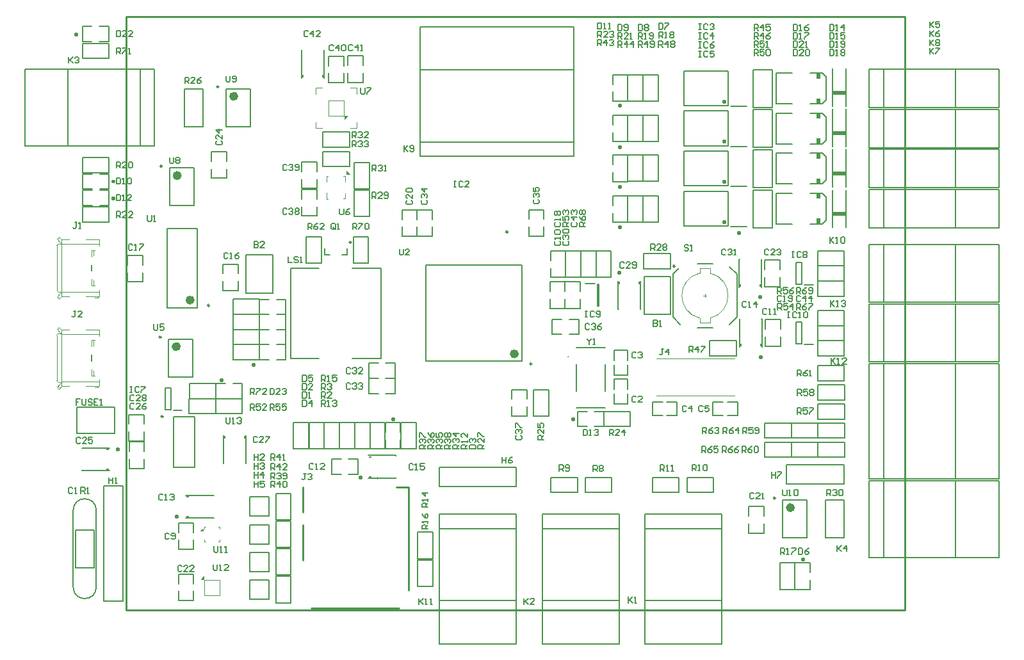
<source format=gto>
G04*
G04 #@! TF.GenerationSoftware,Altium Limited,Altium Designer,19.0.12 (326)*
G04*
G04 Layer_Color=65535*
%FSLAX42Y42*%
%MOMM*%
G71*
G01*
G75*
%ADD10C,0.25*%
%ADD11C,0.10*%
%ADD12C,0.20*%
%ADD13C,0.60*%
%ADD14C,0.13*%
%ADD15C,0.12*%
%ADD16C,0.13*%
%ADD17C,0.15*%
%ADD18C,0.05*%
%ADD19C,0.25*%
%ADD20C,0.10*%
%ADD21R,0.51X0.76*%
%ADD22R,1.78X0.51*%
%ADD23R,0.15X0.40*%
%ADD24R,0.15X0.40*%
%ADD25R,0.15X0.40*%
%ADD26R,0.15X0.40*%
%ADD27R,0.40X0.15*%
D10*
X8112Y4623D02*
G03*
X8112Y4623I-12J0D01*
G01*
X9440Y1556D02*
G03*
X9440Y1556I-12J0D01*
G01*
X6220Y3333D02*
G03*
X6220Y3333I-12J0D01*
G01*
X1345Y2635D02*
G03*
X1345Y2635I-12J0D01*
G01*
X1320Y3685D02*
G03*
X1320Y3685I-12J0D01*
G01*
X5905Y5077D02*
G03*
X5905Y5077I-12J0D01*
G01*
X3833Y4940D02*
G03*
X3833Y4940I-12J0D01*
G01*
X1960Y4105D02*
G03*
X1960Y4105I-12J0D01*
G01*
X1332Y5947D02*
G03*
X1332Y5947I-12J0D01*
G01*
X2080Y6996D02*
G03*
X2080Y6996I-12J0D01*
G01*
D11*
X8440Y4531D02*
G03*
X8440Y3937I70J-297D01*
G01*
X8580Y3937D02*
G03*
X8580Y4530I-70J297D01*
G01*
X8440Y4531D02*
Y4594D01*
X8580D01*
Y4531D02*
Y4594D01*
X8440Y3874D02*
Y3937D01*
Y3874D02*
X8580D01*
Y3937D01*
X8490Y4234D02*
X8530D01*
X8510Y4214D02*
Y4254D01*
X7868Y2915D02*
X8898D01*
X7868Y3405D02*
X8898D01*
X1892Y1148D02*
Y1178D01*
X1907D01*
X2092Y978D02*
Y1008D01*
X2077Y978D02*
X2092D01*
X1892D02*
Y1008D01*
Y978D02*
X1907D01*
X1842Y1122D02*
X1870Y1150D01*
X2077Y1178D02*
X2092D01*
Y1148D02*
Y1178D01*
X1870Y1122D02*
Y1150D01*
X1842Y1122D02*
X1870D01*
X1870Y1144D02*
Y1150D01*
X1852Y1126D02*
X1870Y1144D01*
X1852Y1126D02*
X1865Y1126D01*
Y1136D01*
X3902Y6900D02*
Y6982D01*
X3821D02*
X3902D01*
X3368D02*
X3450D01*
X3368Y6900D02*
Y6982D01*
Y6448D02*
Y6530D01*
Y6448D02*
X3450D01*
X3902D02*
Y6530D01*
X3821Y6448D02*
X3902D01*
X3775Y5854D02*
Y5860D01*
Y5854D02*
X3782Y5847D01*
X3795D01*
X3793D02*
X3795D01*
X3782Y5857D02*
X3793Y5847D01*
D12*
X6703Y3427D02*
G03*
X6703Y3427I-3J0D01*
G01*
X4189Y1819D02*
G03*
X4189Y1819I-7J0D01*
G01*
X8235Y5153D02*
X8815D01*
X8235D02*
Y5613D01*
X8815D01*
Y5153D02*
Y5613D01*
X8850Y5144D02*
X9060D01*
X8235Y5685D02*
X8815D01*
X8235D02*
Y6145D01*
X8815D01*
Y5685D02*
Y6145D01*
X8850Y5676D02*
X9060D01*
X8235Y6215D02*
X8815D01*
X8235D02*
Y6675D01*
X8815D01*
Y6215D02*
Y6675D01*
X8850Y6206D02*
X9060D01*
X8235Y6745D02*
X8815D01*
X8235D02*
Y7205D01*
X8815D01*
Y6745D02*
Y7205D01*
X8850Y6736D02*
X9060D01*
X9260Y4344D02*
Y4714D01*
X8960Y4344D02*
Y4714D01*
X9255D02*
X9260D01*
X8960D02*
X8965D01*
X9826Y4379D02*
X9941D01*
X9791Y4384D02*
Y4674D01*
X9716D02*
X9791D01*
X9716Y4384D02*
Y4674D01*
Y4384D02*
X9791D01*
X9716Y3595D02*
X9791D01*
X9716D02*
Y3885D01*
X9791D01*
Y3595D02*
Y3885D01*
X9826Y3590D02*
X9941D01*
X9265Y3555D02*
Y3925D01*
X8965Y3555D02*
Y3925D01*
X9260D02*
X9265D01*
X8965D02*
X8970D01*
X6932Y4390D02*
X7057D01*
X7093Y4094D02*
Y4386D01*
Y4094D02*
X7107D01*
Y4386D01*
X7093D02*
X7107D01*
X7360Y4055D02*
Y4425D01*
X7660Y4055D02*
Y4425D01*
X7360Y4055D02*
X7365D01*
X7655D02*
X7660D01*
X8085Y3949D02*
X8184Y3850D01*
X8935Y3949D02*
Y4519D01*
X8085Y3949D02*
Y4519D01*
X8410Y4659D02*
X8610D01*
X8410Y3809D02*
X8610D01*
X8836Y3850D02*
X8935Y3949D01*
X8085Y4519D02*
X8164Y4597D01*
X8836Y4617D02*
X8935Y4519D01*
X6810Y3550D02*
X7190D01*
X6810Y2750D02*
X7190D01*
Y2970D02*
Y3330D01*
X6810Y2970D02*
Y3330D01*
X9540Y1030D02*
Y1530D01*
X9860Y1030D02*
Y1530D01*
X9540D02*
X9860D01*
X9540Y1030D02*
X9860D01*
X4425Y2115D02*
Y2120D01*
Y1820D02*
Y1825D01*
X4055Y2120D02*
X4425D01*
X4055Y1820D02*
X4425D01*
X6090Y3365D02*
Y4635D01*
X4820Y3365D02*
Y4635D01*
Y3365D02*
X6090D01*
X4820Y4635D02*
X6090D01*
X2015Y1588D02*
Y1593D01*
Y1293D02*
Y1298D01*
X1645Y1593D02*
X2015D01*
X1645Y1293D02*
X2015D01*
X2439Y2015D02*
X2444D01*
X2144D02*
X2149D01*
X2444D02*
Y2385D01*
X2144Y2015D02*
Y2385D01*
X1482Y1965D02*
Y2635D01*
X1762Y1965D02*
Y2635D01*
X1482Y2635D02*
X1762Y2635D01*
X1482Y1965D02*
X1762Y1965D01*
X1482Y2720D02*
X1598D01*
X1448Y2725D02*
Y3015D01*
X1373D02*
X1448D01*
X1373Y2725D02*
Y3015D01*
Y2725D02*
X1448D01*
X1420Y3160D02*
Y3660D01*
X1740Y3160D02*
Y3660D01*
X1420D02*
X1740D01*
X1420Y3160D02*
X1740D01*
X270Y2220D02*
X640D01*
X270Y1920D02*
X640D01*
X270Y2215D02*
Y2220D01*
Y1920D02*
Y1925D01*
X3177Y7483D02*
X3182D01*
X3472D02*
X3477D01*
X3177Y7113D02*
Y7483D01*
X3477Y7113D02*
Y7483D01*
X3776Y4775D02*
Y4856D01*
X3710Y4775D02*
X3776D01*
X3484D02*
Y4856D01*
Y4775D02*
X3550D01*
X1802Y4075D02*
Y5125D01*
X1402Y4075D02*
Y5125D01*
Y4075D02*
X1802D01*
X1402Y5125D02*
X1802D01*
X1432Y5422D02*
Y5922D01*
X1752Y5422D02*
Y5922D01*
X1432D02*
X1752D01*
X1432Y5422D02*
X1752D01*
X2180Y6470D02*
Y6970D01*
X2500Y6470D02*
Y6970D01*
X2180D02*
X2500D01*
X2180Y6470D02*
X2500D01*
D13*
X9670Y1430D02*
G03*
X9670Y1430I-30J0D01*
G01*
X6020Y3465D02*
G03*
X6020Y3465I-30J0D01*
G01*
X1550Y3560D02*
G03*
X1550Y3560I-30J0D01*
G01*
X1733Y4175D02*
G03*
X1733Y4175I-30J0D01*
G01*
X1562Y5822D02*
G03*
X1562Y5822I-30J0D01*
G01*
X2310Y6870D02*
G03*
X2310Y6870I-30J0D01*
G01*
D14*
X462Y1395D02*
G03*
X158Y1395I-152J0D01*
G01*
Y379D02*
G03*
X462Y379I152J0D01*
G01*
X9450Y6242D02*
Y6648D01*
X10059Y6242D02*
X10110Y6293D01*
X10059Y6648D02*
X10110Y6597D01*
Y6293D02*
Y6597D01*
X9450Y6242D02*
X9660D01*
X9450Y6648D02*
X9660D01*
X9900D02*
X10059D01*
X9900Y6242D02*
X10059D01*
X9453Y6772D02*
Y7178D01*
X10063Y6772D02*
X10114Y6823D01*
X10063Y7178D02*
X10114Y7127D01*
Y6823D02*
Y7127D01*
X9453Y6772D02*
X9663D01*
X9453Y7178D02*
X9663D01*
X9903D02*
X10063D01*
X9903Y6772D02*
X10063D01*
X10371Y6739D02*
Y7234D01*
X10193Y6739D02*
Y7234D01*
X10195Y6207D02*
Y6702D01*
X10372Y6207D02*
Y6702D01*
X10371Y5674D02*
Y6169D01*
X10193Y5674D02*
Y6169D01*
X10195Y5137D02*
Y5632D01*
X10372Y5137D02*
Y5632D01*
X9450Y5712D02*
Y6118D01*
X10059Y5712D02*
X10110Y5763D01*
X10059Y6118D02*
X10110Y6067D01*
Y5763D02*
Y6067D01*
X9450Y5712D02*
X9660D01*
X9450Y6118D02*
X9660D01*
X9900D02*
X10059D01*
X9900Y5712D02*
X10059D01*
X9450Y5182D02*
Y5588D01*
X10059Y5182D02*
X10110Y5233D01*
X10059Y5588D02*
X10110Y5537D01*
Y5233D02*
Y5537D01*
X9450Y5182D02*
X9660D01*
X9450Y5588D02*
X9660D01*
X9900D02*
X10059D01*
X9900Y5182D02*
X10059D01*
X462Y379D02*
Y1395D01*
X158Y379D02*
Y1395D01*
X10873Y3359D02*
Y4121D01*
X10682Y3359D02*
Y3486D01*
Y3359D02*
X12397D01*
Y4121D01*
X10682Y4121D02*
X12397Y4121D01*
X10682Y3486D02*
Y4121D01*
X11825Y4121D02*
X11825Y3359D01*
X10682Y772D02*
Y1153D01*
Y772D02*
X12397D01*
Y1788D01*
X10682D02*
X12397D01*
X10682Y1153D02*
Y1788D01*
X11825Y772D02*
Y1788D01*
X10873Y772D02*
Y1788D01*
X9589Y1997D02*
X10351D01*
X9589Y1743D02*
Y1997D01*
Y1743D02*
X10351D01*
Y1997D01*
X10872Y1813D02*
Y3337D01*
X11825Y1813D02*
Y3337D01*
X10682Y2702D02*
Y3337D01*
X12396D01*
Y2067D02*
Y3337D01*
Y1813D02*
Y2067D01*
X10682Y1813D02*
X12396D01*
X10682D02*
Y2702D01*
Y6191D02*
X12396D01*
Y6699D01*
X10682D02*
X12396D01*
X10682Y6191D02*
Y6699D01*
X11825Y6191D02*
Y6699D01*
X10872Y6191D02*
Y6699D01*
X10682Y5131D02*
X12396D01*
Y5639D01*
X10682D02*
X12396D01*
X10682Y5131D02*
Y5639D01*
X11825Y5131D02*
Y5639D01*
X10872Y5131D02*
Y5639D01*
X10682Y5661D02*
X12396D01*
Y6169D01*
X10682D02*
X12396D01*
X10682Y5661D02*
Y6169D01*
X11825Y5661D02*
Y6169D01*
X10872Y5661D02*
Y6169D01*
X10682Y6721D02*
X12396D01*
Y7229D01*
X10682D02*
X12396D01*
X10682Y6721D02*
Y7229D01*
X11825Y6721D02*
Y7229D01*
X10872Y6721D02*
Y7229D01*
X11825Y4148D02*
X11825Y4910D01*
X10682Y4275D02*
X10682Y4910D01*
X12396D01*
Y4148D02*
Y4910D01*
X10682Y4148D02*
X12396Y4148D01*
X10682Y4275D02*
X10682Y4148D01*
X10872D02*
Y4910D01*
X4748Y6268D02*
X6780D01*
X4748Y7220D02*
X6780D01*
X4748Y6077D02*
X5891D01*
X4748D02*
X4748Y7792D01*
X6526D01*
X6780D01*
X6780Y6077D01*
X5891D02*
X6780D01*
X1233Y6847D02*
Y7228D01*
X-481D02*
X1233D01*
X-481Y6212D02*
Y7228D01*
Y6212D02*
X1233D01*
Y6847D01*
X90Y6212D02*
Y7228D01*
X1043Y6212D02*
Y7228D01*
X812Y191D02*
Y1715D01*
X558D02*
X812D01*
X558Y191D02*
Y1715D01*
Y191D02*
X812D01*
X2492Y219D02*
X2746D01*
X2492D02*
Y473D01*
X2746D01*
Y219D02*
Y473D01*
X2492Y586D02*
X2746D01*
X2492D02*
Y840D01*
X2746D01*
Y586D02*
Y840D01*
X2492Y949D02*
X2746D01*
X2492D02*
Y1203D01*
X2746D01*
Y949D02*
Y1203D01*
X2492Y1316D02*
X2746D01*
X2492D02*
Y1570D01*
X2746D01*
Y1316D02*
Y1570D01*
X5002Y1713D02*
Y1967D01*
X6018D01*
X5002Y1713D02*
X6018D01*
Y1967D01*
X5002Y1344D02*
X5383D01*
X5002Y-371D02*
Y1344D01*
Y-371D02*
X6018D01*
Y1344D01*
X5383D02*
X6018D01*
X5002Y201D02*
X6018D01*
X5002Y1153D02*
X6018D01*
X6365D02*
X7381D01*
X6365Y201D02*
X7381D01*
X6746Y1344D02*
X7381D01*
Y-371D02*
Y1344D01*
X6365Y-371D02*
X7381D01*
X6365D02*
Y1344D01*
X6746D01*
X7715Y1153D02*
X8731D01*
X7715Y201D02*
X8731D01*
X8096Y1344D02*
X8731D01*
Y-371D02*
Y1344D01*
X7715Y-371D02*
X8731D01*
X7715D02*
Y1344D01*
X8096D01*
D15*
X-60Y4300D02*
G03*
X-40Y4280I20J0D01*
G01*
X-40Y4920D02*
G03*
X-60Y4900I0J-20D01*
G01*
X-40Y3730D02*
G03*
X-60Y3710I0J-20D01*
G01*
X-60Y3110D02*
G03*
X-40Y3090I20J0D01*
G01*
X-60Y4985D02*
X-10Y4935D01*
X-50Y4975D02*
X-25Y5000D01*
X-35Y5010D02*
X0Y4975D01*
X-60Y4985D02*
X-35Y5010D01*
X-10Y4935D02*
X0D01*
Y4225D02*
Y4975D01*
X-10Y4265D02*
X0D01*
X-35Y4190D02*
X0Y4225D01*
X-60Y4215D02*
X-10Y4265D01*
X-60Y4215D02*
X-35Y4190D01*
X-50Y4225D02*
X-25Y4200D01*
X-40Y4280D02*
X0D01*
X-40Y4920D02*
X0D01*
X-60Y4300D02*
Y4900D01*
X0Y4975D02*
X105D01*
X0Y4915D02*
X95D01*
X500D01*
Y4890D02*
Y4975D01*
X325D02*
X500D01*
X400Y4835D02*
X440D01*
X400Y4750D02*
Y4835D01*
X425Y4765D02*
Y4835D01*
X390Y4640D02*
X400D01*
X390Y4560D02*
Y4640D01*
Y4560D02*
X400D01*
Y4640D01*
Y4365D02*
X440D01*
X400D02*
Y4450D01*
X425Y4365D02*
Y4435D01*
X500Y4225D02*
Y4310D01*
X325Y4225D02*
X500D01*
X0Y4285D02*
X500D01*
X0Y4225D02*
X105D01*
X0Y3035D02*
X105D01*
X0Y3095D02*
X500D01*
X325Y3035D02*
X500D01*
Y3120D01*
X425Y3175D02*
Y3245D01*
X400Y3175D02*
Y3260D01*
Y3175D02*
X440D01*
X400Y3370D02*
Y3450D01*
X390Y3370D02*
X400D01*
X390D02*
Y3450D01*
X400D01*
X425Y3575D02*
Y3645D01*
X400Y3560D02*
Y3645D01*
X440D01*
X325Y3785D02*
X500D01*
Y3700D02*
Y3785D01*
X95Y3725D02*
X500D01*
X0D02*
X95D01*
X0Y3785D02*
X105D01*
X-60Y3110D02*
Y3710D01*
X-40Y3730D02*
X0D01*
X-40Y3090D02*
X0D01*
X-50Y3035D02*
X-25Y3010D01*
X-60Y3025D02*
X-35Y3000D01*
X-60Y3025D02*
X-10Y3075D01*
X-35Y3000D02*
X0Y3035D01*
X-10Y3075D02*
X0D01*
Y3035D02*
Y3785D01*
X-10Y3745D02*
X0D01*
X-60Y3795D02*
X-35Y3820D01*
X0Y3785D01*
X-50D02*
X-25Y3810D01*
X-60Y3795D02*
X-10Y3745D01*
D16*
X7490Y6805D02*
Y7155D01*
X7690Y6805D02*
Y7155D01*
X7490Y6805D02*
X7690D01*
X7490Y7155D02*
X7690D01*
X7890Y6805D02*
Y7155D01*
X7690Y6805D02*
Y7155D01*
X7890D01*
X7690Y6805D02*
X7890D01*
X7490Y6270D02*
Y6620D01*
X7690Y6270D02*
Y6620D01*
X7490Y6270D02*
X7690D01*
X7490Y6620D02*
X7690D01*
X7894Y6270D02*
Y6620D01*
X7694Y6270D02*
Y6620D01*
X7894D01*
X7694Y6270D02*
X7894D01*
X7490Y5745D02*
Y6095D01*
X7690Y5745D02*
Y6095D01*
X7490Y5745D02*
X7690D01*
X7490Y6095D02*
X7690D01*
X7892Y5745D02*
Y6095D01*
X7692Y5745D02*
Y6095D01*
X7892D01*
X7692Y5745D02*
X7892D01*
X7489Y5203D02*
Y5553D01*
X7689Y5203D02*
Y5553D01*
X7489Y5203D02*
X7689D01*
X7489Y5553D02*
X7689D01*
X7892Y5203D02*
Y5553D01*
X7692Y5203D02*
Y5553D01*
X7892D01*
X7692Y5203D02*
X7892D01*
X9150Y6725D02*
Y7225D01*
X9400Y6725D02*
Y7225D01*
X9150D02*
X9400D01*
X9150Y6725D02*
X9400D01*
X9150Y6200D02*
Y6700D01*
X9400Y6200D02*
Y6700D01*
X9150D02*
X9400D01*
X9150Y6200D02*
X9400D01*
X9149Y5665D02*
Y6165D01*
X9399Y5665D02*
Y6165D01*
X9149D02*
X9399D01*
X9149Y5665D02*
X9399D01*
X9150Y5128D02*
Y5628D01*
X9400Y5128D02*
Y5628D01*
X9150D02*
X9400D01*
X9150Y5128D02*
X9400D01*
X9500Y4579D02*
Y4704D01*
X9300Y4579D02*
Y4704D01*
X9500Y4354D02*
Y4479D01*
X9300Y4354D02*
Y4479D01*
Y4354D02*
X9500D01*
X9300Y4704D02*
X9500D01*
X10227Y4427D02*
X10352D01*
X10227Y4627D02*
X10352D01*
X10002Y4427D02*
X10127D01*
X10002Y4627D02*
X10127D01*
X10002Y4427D02*
Y4627D01*
X10352Y4427D02*
Y4627D01*
X10002Y4227D02*
X10352D01*
X10002Y4427D02*
X10352D01*
Y4227D02*
Y4427D01*
X10002Y4227D02*
Y4427D01*
Y4627D02*
X10352D01*
X10002Y4827D02*
X10352D01*
Y4627D02*
Y4827D01*
X10002Y4627D02*
Y4827D01*
X10002Y3438D02*
X10352D01*
X10002Y3638D02*
X10352D01*
Y3438D02*
Y3638D01*
X10002Y3438D02*
Y3638D01*
X10002Y3838D02*
X10352D01*
X10002Y4038D02*
X10352D01*
Y3838D02*
Y4038D01*
X10002Y3838D02*
Y4038D01*
X10227Y3638D02*
X10352D01*
X10227Y3838D02*
X10352D01*
X10002Y3638D02*
X10127D01*
X10002Y3838D02*
X10127D01*
X10002Y3638D02*
Y3838D01*
X10352Y3638D02*
Y3838D01*
X9507Y3790D02*
Y3915D01*
X9307Y3790D02*
Y3915D01*
X9507Y3565D02*
Y3690D01*
X9307Y3565D02*
Y3690D01*
Y3565D02*
X9507D01*
X9307Y3915D02*
X9507D01*
X6380Y5245D02*
Y5370D01*
X6180Y5245D02*
Y5370D01*
X6380Y5020D02*
Y5145D01*
X6180Y5020D02*
Y5145D01*
Y5020D02*
X6380D01*
X6180Y5370D02*
X6380D01*
X6660Y4065D02*
Y4190D01*
X6860Y4065D02*
Y4190D01*
X6660Y4290D02*
Y4415D01*
X6860Y4290D02*
Y4415D01*
X6660D02*
X6860D01*
X6660Y4065D02*
X6860D01*
X6460D02*
Y4190D01*
X6660Y4065D02*
Y4190D01*
X6460Y4290D02*
Y4415D01*
X6660Y4290D02*
Y4415D01*
X6460D02*
X6660D01*
X6460Y4065D02*
X6660D01*
X6870Y4475D02*
Y4825D01*
X6670Y4475D02*
Y4825D01*
X6870D01*
X6670Y4475D02*
X6870D01*
X6668Y4700D02*
Y4825D01*
X6468Y4700D02*
Y4825D01*
X6668Y4475D02*
Y4600D01*
X6468Y4475D02*
Y4600D01*
Y4475D02*
X6668D01*
X6468Y4825D02*
X6668D01*
X7270Y4475D02*
Y4825D01*
X7070Y4475D02*
Y4825D01*
X7270D01*
X7070Y4475D02*
X7270D01*
X7070Y4700D02*
Y4825D01*
X6870Y4700D02*
Y4825D01*
X7070Y4475D02*
Y4600D01*
X6870Y4475D02*
Y4600D01*
Y4475D02*
X7070D01*
X6870Y4825D02*
X7070D01*
X7703Y4789D02*
X8053D01*
X7703Y4589D02*
X8053D01*
X7703D02*
Y4789D01*
X8053Y4589D02*
Y4789D01*
X7705Y3990D02*
Y4490D01*
X8055Y3990D02*
Y4490D01*
X7705Y3990D02*
X8055D01*
X7705Y4490D02*
X8055D01*
X8575Y3437D02*
X8925D01*
X8575Y3637D02*
X8925D01*
Y3437D02*
Y3637D01*
X8575Y3437D02*
Y3637D01*
X8615Y2830D02*
X8750D01*
X8615Y2650D02*
X8750D01*
X8615D02*
Y2830D01*
X8945Y2650D02*
Y2830D01*
X8810D02*
X8945D01*
X8810Y2650D02*
X8945D01*
X8008D02*
X8143D01*
X8008Y2830D02*
X8143D01*
Y2650D02*
Y2830D01*
X7814Y2650D02*
Y2830D01*
Y2650D02*
X7949D01*
X7814Y2830D02*
X7949D01*
X7490Y3000D02*
Y3135D01*
X7310Y3000D02*
Y3135D01*
X7490D01*
X7310Y2805D02*
X7490D01*
Y2940D01*
X7310Y2805D02*
Y2940D01*
X7490Y3380D02*
Y3515D01*
X7310Y3380D02*
Y3515D01*
X7490D01*
X7310Y3185D02*
X7490D01*
Y3320D01*
X7310Y3185D02*
Y3320D01*
X7173Y2702D02*
X7523D01*
X7173Y2502D02*
X7523D01*
X7173D02*
Y2702D01*
X7523Y2502D02*
Y2702D01*
X10005Y2854D02*
X10355D01*
X10005Y3054D02*
X10355D01*
Y2854D02*
Y3054D01*
X10005Y2854D02*
Y3054D01*
X10002Y3310D02*
X10352D01*
X10002Y3110D02*
X10352D01*
X10002D02*
Y3310D01*
X10352Y3110D02*
Y3310D01*
X10005Y2095D02*
X10355D01*
X10005Y2295D02*
X10355D01*
Y2095D02*
Y2295D01*
X10005Y2095D02*
Y2295D01*
X10005Y2602D02*
X10355D01*
X10005Y2802D02*
X10355D01*
Y2602D02*
Y2802D01*
X10005Y2602D02*
Y2802D01*
X10005Y2349D02*
X10355D01*
X10005Y2549D02*
X10355D01*
Y2349D02*
Y2549D01*
X10005Y2349D02*
Y2549D01*
X9655Y2295D02*
X10005D01*
X9655Y2095D02*
X10005D01*
X9655D02*
Y2295D01*
X10005Y2095D02*
Y2295D01*
X9655Y2549D02*
X10005D01*
X9655Y2349D02*
X10005D01*
X9655D02*
Y2549D01*
X10005Y2349D02*
Y2549D01*
X9301Y2095D02*
X9651D01*
X9301Y2295D02*
X9651D01*
Y2095D02*
Y2295D01*
X9301Y2095D02*
Y2295D01*
X9301Y2349D02*
X9651D01*
X9301Y2549D02*
X9651D01*
Y2349D02*
Y2549D01*
X9301Y2349D02*
Y2549D01*
X10100Y1030D02*
Y1530D01*
X10350Y1030D02*
Y1530D01*
X10100D02*
X10350D01*
X10100Y1030D02*
X10350D01*
X9290Y1320D02*
Y1445D01*
X9090Y1320D02*
Y1445D01*
X9290Y1095D02*
Y1220D01*
X9090Y1095D02*
Y1220D01*
Y1095D02*
X9290D01*
X9090Y1445D02*
X9290D01*
X9500Y348D02*
Y698D01*
X9700Y348D02*
Y698D01*
X9500Y348D02*
X9700D01*
X9500Y698D02*
X9700D01*
X8275Y1630D02*
X8625D01*
X8275Y1830D02*
X8625D01*
Y1630D02*
Y1830D01*
X8275Y1630D02*
Y1830D01*
X7815Y1829D02*
X8165D01*
X7815Y1629D02*
X8165D01*
X7815D02*
Y1829D01*
X8165Y1629D02*
Y1829D01*
X6475Y1629D02*
X6825D01*
X6475Y1829D02*
X6825D01*
Y1629D02*
Y1829D01*
X6475Y1629D02*
Y1829D01*
X6925Y1830D02*
X7275D01*
X6925Y1630D02*
X7275D01*
X6925D02*
Y1830D01*
X7275Y1630D02*
Y1830D01*
X5955Y2640D02*
Y2765D01*
X6155Y2640D02*
Y2765D01*
X5955Y2865D02*
Y2990D01*
X6155Y2865D02*
Y2990D01*
X5955D02*
X6155D01*
X5955Y2640D02*
X6155D01*
X4910Y388D02*
Y738D01*
X4710Y388D02*
Y738D01*
X4910D01*
X4710Y388D02*
X4910D01*
X4911Y754D02*
Y1104D01*
X4711Y754D02*
Y1104D01*
X4911D01*
X4711Y754D02*
X4911D01*
X3575Y2070D02*
X3700D01*
X3575Y1870D02*
X3700D01*
X3800Y2070D02*
X3925D01*
X3800Y1870D02*
X3925D01*
Y2070D01*
X3575Y1870D02*
Y2070D01*
X4065Y3140D02*
X4190D01*
X4065Y2940D02*
X4190D01*
X4290Y3140D02*
X4415D01*
X4290Y2940D02*
X4415D01*
Y3140D01*
X4065Y2940D02*
Y3140D01*
Y3340D02*
X4190D01*
X4065Y3140D02*
X4190D01*
X4290Y3340D02*
X4415D01*
X4290Y3140D02*
X4415D01*
Y3340D01*
X4065Y3140D02*
Y3340D01*
X4490Y2205D02*
Y2555D01*
X4690Y2205D02*
Y2555D01*
X4490Y2205D02*
X4690D01*
X4490Y2555D02*
X4690D01*
X4080Y2205D02*
Y2555D01*
X4280Y2205D02*
Y2555D01*
X4080Y2205D02*
X4280D01*
X4080Y2555D02*
X4280D01*
X4080Y2205D02*
Y2555D01*
X3880Y2205D02*
Y2555D01*
X4080D01*
X3880Y2205D02*
X4080D01*
X3880D02*
Y2555D01*
X3680Y2205D02*
Y2555D01*
X3880D01*
X3680Y2205D02*
X3880D01*
X3676Y2205D02*
Y2555D01*
X3476Y2205D02*
Y2555D01*
X3676D01*
X3476Y2205D02*
X3676D01*
X3476Y2205D02*
Y2555D01*
X3276Y2205D02*
Y2555D01*
X3476D01*
X3276Y2205D02*
X3476D01*
X3272Y2205D02*
Y2555D01*
X3072Y2205D02*
Y2555D01*
X3272D01*
X3072Y2205D02*
X3272D01*
X3037Y171D02*
Y521D01*
X2837Y171D02*
Y521D01*
X3037D01*
X2837Y171D02*
X3037D01*
X3036Y537D02*
Y887D01*
X2836Y537D02*
Y887D01*
X3036D01*
X2836Y537D02*
X3036D01*
X3037Y903D02*
Y1253D01*
X2837Y903D02*
Y1253D01*
X3037D01*
X2837Y903D02*
X3037D01*
X3036Y1268D02*
Y1618D01*
X2836Y1268D02*
Y1618D01*
X3036D01*
X2836Y1268D02*
X3036D01*
X1550Y878D02*
Y1003D01*
X1750Y878D02*
Y1003D01*
X1550Y1103D02*
Y1228D01*
X1750Y1103D02*
Y1228D01*
X1550D02*
X1750D01*
X1550Y878D02*
X1750D01*
X1550Y200D02*
Y325D01*
X1750Y200D02*
Y325D01*
X1550Y425D02*
Y550D01*
X1750Y425D02*
Y550D01*
X1550D02*
X1750D01*
X1550Y200D02*
X1750D01*
X435Y637D02*
Y1137D01*
X185Y637D02*
Y1137D01*
Y637D02*
X435D01*
X185Y1137D02*
X435D01*
X1692Y2870D02*
X2042D01*
X1692Y2670D02*
X2042D01*
X1692D02*
Y2870D01*
X2042Y2670D02*
Y2870D01*
X2041Y2670D02*
X2391D01*
X2041Y2870D02*
X2391D01*
Y2670D02*
Y2870D01*
X2041Y2670D02*
Y2870D01*
X1693Y2870D02*
X2043D01*
X1693Y3070D02*
X2043D01*
Y2870D02*
Y3070D01*
X1693Y2870D02*
Y3070D01*
X2044Y2870D02*
Y3070D01*
X2394Y2870D02*
Y3070D01*
X2269Y2870D02*
X2394D01*
X2269Y3070D02*
X2394D01*
X2044Y2870D02*
X2169D01*
X2044Y3070D02*
X2169D01*
X1097Y2175D02*
Y2300D01*
X897Y2175D02*
Y2300D01*
X1097Y1950D02*
Y2075D01*
X897Y1950D02*
Y2075D01*
Y1950D02*
X1097D01*
X897Y2300D02*
X1097D01*
X7289Y5203D02*
X7489D01*
X7289Y5553D02*
X7489D01*
Y5428D02*
Y5553D01*
X7289Y5428D02*
Y5553D01*
X7489Y5203D02*
Y5328D01*
X7289Y5203D02*
Y5328D01*
X7290Y5743D02*
X7490D01*
X7290Y6093D02*
X7490D01*
Y5968D02*
Y6093D01*
X7290Y5968D02*
Y6093D01*
X7490Y5743D02*
Y5868D01*
X7290Y5743D02*
Y5868D01*
X7289Y6270D02*
X7489D01*
X7289Y6620D02*
X7489D01*
Y6495D02*
Y6620D01*
X7289Y6495D02*
Y6620D01*
X7489Y6270D02*
Y6395D01*
X7289Y6270D02*
Y6395D01*
X7290Y6805D02*
X7490D01*
X7290Y7155D02*
X7490D01*
Y7030D02*
Y7155D01*
X7290Y7030D02*
Y7155D01*
X7490Y6805D02*
Y6930D01*
X7290Y6805D02*
Y6930D01*
X9700Y698D02*
X9900D01*
X9700Y348D02*
X9900D01*
X9700D02*
Y473D01*
X9900Y348D02*
Y473D01*
X9700Y573D02*
Y698D01*
X9900Y573D02*
Y698D01*
X6825Y2502D02*
Y2702D01*
X7175Y2502D02*
Y2702D01*
X7050Y2502D02*
X7175D01*
X7050Y2702D02*
X7175D01*
X6825Y2502D02*
X6950D01*
X6825Y2702D02*
X6950D01*
X4286Y2555D02*
X4486D01*
X4286Y2205D02*
X4486D01*
X4286D02*
Y2330D01*
X4486Y2205D02*
Y2330D01*
X4286Y2430D02*
Y2555D01*
X4486Y2430D02*
Y2555D01*
X1096Y2535D02*
Y2660D01*
X896Y2535D02*
Y2660D01*
X1096Y2310D02*
Y2435D01*
X896Y2310D02*
Y2435D01*
Y2310D02*
X1096D01*
X896Y2660D02*
X1096D01*
X205Y2410D02*
X705D01*
X205Y2760D02*
X705D01*
Y2410D02*
Y2760D01*
X205Y2410D02*
Y2760D01*
X3737Y7275D02*
Y7400D01*
X3537Y7275D02*
Y7400D01*
X3737Y7050D02*
Y7175D01*
X3537Y7050D02*
Y7175D01*
Y7050D02*
X3737D01*
X3537Y7400D02*
X3737D01*
X3989Y7278D02*
Y7403D01*
X3789Y7278D02*
Y7403D01*
X3989Y7053D02*
Y7178D01*
X3789Y7053D02*
Y7178D01*
Y7053D02*
X3989D01*
X3789Y7403D02*
X3989D01*
X3460Y6139D02*
X3810D01*
X3460Y5939D02*
X3810D01*
X3460D02*
Y6139D01*
X3810Y5939D02*
Y6139D01*
X3460Y6399D02*
X3810D01*
X3460Y6199D02*
X3810D01*
X3460D02*
Y6399D01*
X3810Y6199D02*
Y6399D01*
X4905Y5243D02*
Y5368D01*
X4705Y5243D02*
Y5368D01*
X4905Y5018D02*
Y5143D01*
X4705Y5018D02*
Y5143D01*
Y5018D02*
X4905D01*
X4705Y5368D02*
X4905D01*
X4703Y5243D02*
Y5368D01*
X4503Y5243D02*
Y5368D01*
X4703Y5018D02*
Y5143D01*
X4503Y5018D02*
Y5143D01*
Y5018D02*
X4703D01*
X4503Y5368D02*
X4703D01*
X3875Y5280D02*
Y5630D01*
X4075Y5280D02*
Y5630D01*
X3875Y5280D02*
X4075D01*
X3875Y5630D02*
X4075D01*
X4074Y5642D02*
Y5992D01*
X3874Y5642D02*
Y5992D01*
X4074D01*
X3874Y5642D02*
X4074D01*
X3178Y5288D02*
Y5413D01*
X3378Y5288D02*
Y5413D01*
X3178Y5513D02*
Y5638D01*
X3378Y5513D02*
Y5638D01*
X3178D02*
X3378D01*
X3178Y5288D02*
X3378D01*
Y5877D02*
Y6002D01*
X3178Y5877D02*
Y6002D01*
X3378Y5652D02*
Y5777D01*
X3178Y5652D02*
Y5777D01*
Y5652D02*
X3378D01*
X3178Y6002D02*
X3378D01*
X4060Y4665D02*
Y5015D01*
X3860Y4665D02*
Y5015D01*
X4060D01*
X3860Y4665D02*
X4060D01*
X3440D02*
Y5015D01*
X3240Y4665D02*
Y5015D01*
X3440D01*
X3240Y4665D02*
X3440D01*
X2270Y3385D02*
X2620D01*
X2270Y3585D02*
X2620D01*
Y3385D02*
Y3585D01*
X2270Y3385D02*
Y3585D01*
X2969Y3385D02*
Y3585D01*
X2619Y3385D02*
Y3585D01*
X2744D01*
X2619Y3385D02*
X2744D01*
X2844Y3585D02*
X2969D01*
X2844Y3385D02*
X2969D01*
X2270Y3585D02*
X2620D01*
X2270Y3785D02*
X2620D01*
Y3585D02*
Y3785D01*
X2270Y3585D02*
Y3785D01*
X2969Y3585D02*
Y3785D01*
X2619Y3585D02*
Y3785D01*
X2744D01*
X2619Y3585D02*
X2744D01*
X2844Y3785D02*
X2969D01*
X2844Y3585D02*
X2969D01*
Y3785D02*
Y3985D01*
X2619Y3785D02*
Y3985D01*
X2744D01*
X2619Y3785D02*
X2744D01*
X2844Y3985D02*
X2969D01*
X2844Y3785D02*
X2969D01*
X2969Y3984D02*
Y4184D01*
X2619Y3984D02*
Y4184D01*
X2744D01*
X2619Y3984D02*
X2744D01*
X2844Y4184D02*
X2969D01*
X2844Y3984D02*
X2969D01*
X2269Y3785D02*
X2619D01*
X2269Y3985D02*
X2619D01*
Y3785D02*
Y3985D01*
X2269Y3785D02*
Y3985D01*
X2269Y3986D02*
X2619D01*
X2269Y4186D02*
X2619D01*
Y3986D02*
Y4186D01*
X2269Y3986D02*
Y4186D01*
X2794Y4270D02*
Y4770D01*
X2444Y4270D02*
Y4770D01*
X2794D01*
X2444Y4270D02*
X2794D01*
X2340Y4525D02*
Y4650D01*
X2140Y4525D02*
Y4650D01*
X2340Y4300D02*
Y4425D01*
X2140Y4300D02*
Y4425D01*
Y4300D02*
X2340D01*
X2140Y4650D02*
X2340D01*
X878Y4415D02*
Y4540D01*
X1078Y4415D02*
Y4540D01*
X878Y4640D02*
Y4765D01*
X1078Y4640D02*
Y4765D01*
X878D02*
X1078D01*
X878Y4415D02*
X1078D01*
X280Y5206D02*
X630D01*
X280Y5406D02*
X630D01*
Y5206D02*
Y5406D01*
X280Y5206D02*
Y5406D01*
X632Y5426D02*
Y5626D01*
X282Y5426D02*
Y5626D01*
X407D01*
X282Y5426D02*
X407D01*
X507Y5626D02*
X632D01*
X507Y5426D02*
X632D01*
Y5643D02*
Y5843D01*
X282Y5643D02*
Y5843D01*
X407D01*
X282Y5643D02*
X407D01*
X507Y5843D02*
X632D01*
X507Y5643D02*
X632D01*
X282Y5860D02*
X632D01*
X282Y6060D02*
X632D01*
Y5860D02*
Y6060D01*
X282Y5860D02*
Y6060D01*
X2184Y6012D02*
Y6137D01*
X1984Y6012D02*
Y6137D01*
X2184Y5787D02*
Y5912D01*
X1984Y5787D02*
Y5912D01*
Y5787D02*
X2184D01*
X1984Y6137D02*
X2184D01*
X1875Y6470D02*
Y6970D01*
X1625Y6470D02*
Y6970D01*
Y6470D02*
X1875D01*
X1625Y6970D02*
X1875D01*
X280Y7572D02*
X630D01*
X280Y7372D02*
X630D01*
X280D02*
Y7572D01*
X630Y7372D02*
Y7572D01*
X280Y7595D02*
Y7795D01*
X630Y7595D02*
Y7795D01*
X505Y7595D02*
X630D01*
X505Y7795D02*
X630D01*
X280Y7595D02*
X405D01*
X280Y7795D02*
X405D01*
X6244Y2987D02*
X6444D01*
X6244Y2637D02*
X6444D01*
Y2987D01*
X6244Y2637D02*
Y2987D01*
X6840Y3720D02*
Y3920D01*
X6490Y3720D02*
Y3920D01*
X6615D01*
X6490Y3720D02*
X6615D01*
X6715Y3920D02*
X6840D01*
X6715Y3720D02*
X6840D01*
D17*
X3850Y4600D02*
X4230D01*
Y3400D02*
Y4600D01*
X3850Y3400D02*
X4230D01*
X3030D02*
X3410D01*
X3030D02*
Y4600D01*
X3410D01*
X6380Y2330D02*
X6300D01*
Y2370D01*
X6313Y2383D01*
X6340D01*
X6353Y2370D01*
Y2330D01*
Y2357D02*
X6380Y2383D01*
Y2463D02*
Y2410D01*
X6327Y2463D01*
X6313D01*
X6300Y2450D01*
Y2423D01*
X6313Y2410D01*
X6300Y2543D02*
Y2490D01*
X6340D01*
X6327Y2517D01*
Y2530D01*
X6340Y2543D01*
X6367D01*
X6380Y2530D01*
Y2503D01*
X6367Y2490D01*
X151Y1686D02*
X138Y1699D01*
X111D01*
X98Y1686D01*
Y1633D01*
X111Y1619D01*
X138D01*
X151Y1633D01*
X178Y1619D02*
X205D01*
X191D01*
Y1699D01*
X178Y1686D01*
X2059Y6279D02*
X2046Y6266D01*
Y6239D01*
X2059Y6226D01*
X2113D01*
X2126Y6239D01*
Y6266D01*
X2113Y6279D01*
X2126Y6359D02*
Y6306D01*
X2073Y6359D01*
X2059D01*
X2046Y6346D01*
Y6319D01*
X2059Y6306D01*
X2126Y6426D02*
X2046D01*
X2086Y6386D01*
Y6439D01*
X8291Y4894D02*
X8278Y4907D01*
X8251D01*
X8238Y4894D01*
Y4881D01*
X8251Y4867D01*
X8278D01*
X8291Y4854D01*
Y4841D01*
X8278Y4827D01*
X8251D01*
X8238Y4841D01*
X8318Y4827D02*
X8345D01*
X8331D01*
Y4907D01*
X8318Y4894D01*
X9603Y4020D02*
X9630D01*
X9616D01*
Y3940D01*
X9603D01*
X9630D01*
X9723Y4007D02*
X9710Y4020D01*
X9683D01*
X9670Y4007D01*
Y3953D01*
X9683Y3940D01*
X9710D01*
X9723Y3953D01*
X9750Y3940D02*
X9776D01*
X9763D01*
Y4020D01*
X9750Y4007D01*
X9816D02*
X9830Y4020D01*
X9856D01*
X9870Y4007D01*
Y3953D01*
X9856Y3940D01*
X9830D01*
X9816Y3953D01*
Y4007D01*
X10170Y4172D02*
Y4092D01*
Y4119D01*
X10223Y4172D01*
X10183Y4132D01*
X10223Y4092D01*
X10250D02*
X10277D01*
X10263D01*
Y4172D01*
X10250Y4159D01*
X10317D02*
X10330Y4172D01*
X10357D01*
X10370Y4159D01*
Y4146D01*
X10357Y4132D01*
X10343D01*
X10357D01*
X10370Y4119D01*
Y4106D01*
X10357Y4092D01*
X10330D01*
X10317Y4106D01*
X9773Y4222D02*
X9760Y4235D01*
X9733D01*
X9720Y4222D01*
Y4168D01*
X9733Y4155D01*
X9760D01*
X9773Y4168D01*
X9840Y4155D02*
Y4235D01*
X9800Y4195D01*
X9853D01*
X9920Y4155D02*
Y4235D01*
X9880Y4195D01*
X9933D01*
X9720Y4048D02*
Y4128D01*
X9760D01*
X9773Y4115D01*
Y4088D01*
X9760Y4075D01*
X9720D01*
X9747D02*
X9773Y4048D01*
X9853Y4128D02*
X9827Y4115D01*
X9800Y4088D01*
Y4062D01*
X9813Y4048D01*
X9840D01*
X9853Y4062D01*
Y4075D01*
X9840Y4088D01*
X9800D01*
X9880Y4128D02*
X9933D01*
Y4115D01*
X9880Y4062D01*
Y4048D01*
X9720Y4259D02*
Y4339D01*
X9760D01*
X9773Y4326D01*
Y4299D01*
X9760Y4286D01*
X9720D01*
X9747D02*
X9773Y4259D01*
X9853Y4339D02*
X9827Y4326D01*
X9800Y4299D01*
Y4272D01*
X9813Y4259D01*
X9840D01*
X9853Y4272D01*
Y4286D01*
X9840Y4299D01*
X9800D01*
X9880Y4272D02*
X9893Y4259D01*
X9920D01*
X9933Y4272D01*
Y4326D01*
X9920Y4339D01*
X9893D01*
X9880Y4326D01*
Y4312D01*
X9893Y4299D01*
X9933D01*
X9328Y4051D02*
X9315Y4064D01*
X9288D01*
X9275Y4051D01*
Y3997D01*
X9288Y3984D01*
X9315D01*
X9328Y3997D01*
X9355Y3984D02*
X9382D01*
X9368D01*
Y4064D01*
X9355Y4051D01*
X9422Y3984D02*
X9448D01*
X9435D01*
Y4064D01*
X9422Y4051D01*
X9058Y4146D02*
X9045Y4160D01*
X9018D01*
X9005Y4146D01*
Y4093D01*
X9018Y4080D01*
X9045D01*
X9058Y4093D01*
X9085Y4080D02*
X9112D01*
X9098D01*
Y4160D01*
X9085Y4146D01*
X9192Y4080D02*
Y4160D01*
X9152Y4120D01*
X9205D01*
X4530Y6220D02*
Y6140D01*
Y6167D01*
X4583Y6220D01*
X4543Y6180D01*
X4583Y6140D01*
X4610Y6153D02*
X4623Y6140D01*
X4650D01*
X4663Y6153D01*
Y6207D01*
X4650Y6220D01*
X4623D01*
X4610Y6207D01*
Y6193D01*
X4623Y6180D01*
X4663D01*
X4653Y1997D02*
X4640Y2010D01*
X4613D01*
X4600Y1997D01*
Y1943D01*
X4613Y1930D01*
X4640D01*
X4653Y1943D01*
X4680Y1930D02*
X4707D01*
X4693D01*
Y2010D01*
X4680Y1997D01*
X4800Y2010D02*
X4747D01*
Y1970D01*
X4773Y1983D01*
X4787D01*
X4800Y1970D01*
Y1943D01*
X4787Y1930D01*
X4760D01*
X4747Y1943D01*
X3333Y2003D02*
X3320Y2016D01*
X3293D01*
X3280Y2003D01*
Y1949D01*
X3293Y1936D01*
X3320D01*
X3333Y1949D01*
X3360Y1936D02*
X3387D01*
X3373D01*
Y2016D01*
X3360Y2003D01*
X3480Y1936D02*
X3427D01*
X3480Y1989D01*
Y2003D01*
X3467Y2016D01*
X3440D01*
X3427Y2003D01*
X8786Y4837D02*
X8773Y4850D01*
X8747D01*
X8733Y4837D01*
Y4783D01*
X8747Y4770D01*
X8773D01*
X8786Y4783D01*
X8813Y4837D02*
X8826Y4850D01*
X8853D01*
X8866Y4837D01*
Y4823D01*
X8853Y4810D01*
X8840D01*
X8853D01*
X8866Y4797D01*
Y4783D01*
X8853Y4770D01*
X8826D01*
X8813Y4783D01*
X8893Y4770D02*
X8920D01*
X8906D01*
Y4850D01*
X8893Y4837D01*
X9353D02*
X9340Y4850D01*
X9313D01*
X9300Y4837D01*
Y4783D01*
X9313Y4770D01*
X9340D01*
X9353Y4783D01*
X9433Y4770D02*
X9380D01*
X9433Y4823D01*
Y4837D01*
X9420Y4850D01*
X9393D01*
X9380Y4837D01*
X9460D02*
X9473Y4850D01*
X9500D01*
X9513Y4837D01*
Y4823D01*
X9500Y4810D01*
X9487D01*
X9500D01*
X9513Y4797D01*
Y4783D01*
X9500Y4770D01*
X9473D01*
X9460Y4783D01*
X730Y5267D02*
Y5346D01*
X770D01*
X783Y5333D01*
Y5306D01*
X770Y5293D01*
X730D01*
X757D02*
X783Y5267D01*
X863D02*
X810D01*
X863Y5320D01*
Y5333D01*
X850Y5346D01*
X823D01*
X810Y5333D01*
X943Y5267D02*
X890D01*
X943Y5320D01*
Y5333D01*
X930Y5346D01*
X903D01*
X890Y5333D01*
X730Y7740D02*
Y7660D01*
X770D01*
X783Y7673D01*
Y7727D01*
X770Y7740D01*
X730D01*
X863Y7660D02*
X810D01*
X863Y7713D01*
Y7727D01*
X850Y7740D01*
X823D01*
X810Y7727D01*
X943Y7660D02*
X890D01*
X943Y7713D01*
Y7727D01*
X930Y7740D01*
X903D01*
X890Y7727D01*
X2550Y1780D02*
Y1700D01*
Y1740D01*
X2603D01*
Y1780D01*
Y1700D01*
X2683Y1780D02*
X2630D01*
Y1740D01*
X2657Y1753D01*
X2670D01*
X2683Y1740D01*
Y1713D01*
X2670Y1700D01*
X2643D01*
X2630Y1713D01*
X2550Y1900D02*
Y1820D01*
Y1860D01*
X2603D01*
Y1900D01*
Y1820D01*
X2670D02*
Y1900D01*
X2630Y1860D01*
X2683D01*
X2550Y2020D02*
Y1940D01*
Y1980D01*
X2603D01*
Y2020D01*
Y1940D01*
X2630Y2007D02*
X2643Y2020D01*
X2670D01*
X2683Y2007D01*
Y1993D01*
X2670Y1980D01*
X2657D01*
X2670D01*
X2683Y1967D01*
Y1953D01*
X2670Y1940D01*
X2643D01*
X2630Y1953D01*
X2550Y2140D02*
Y2060D01*
Y2100D01*
X2603D01*
Y2140D01*
Y2060D01*
X2683D02*
X2630D01*
X2683Y2113D01*
Y2127D01*
X2670Y2140D01*
X2643D01*
X2630Y2127D01*
X5830Y2100D02*
Y2020D01*
Y2060D01*
X5883D01*
Y2100D01*
Y2020D01*
X5963Y2100D02*
X5937Y2087D01*
X5910Y2060D01*
Y2033D01*
X5923Y2020D01*
X5950D01*
X5963Y2033D01*
Y2047D01*
X5950Y2060D01*
X5910D01*
X2770Y1930D02*
Y2010D01*
X2810D01*
X2823Y1997D01*
Y1970D01*
X2810Y1957D01*
X2770D01*
X2797D02*
X2823Y1930D01*
X2890D02*
Y2010D01*
X2850Y1970D01*
X2903D01*
X2983Y1930D02*
X2930D01*
X2983Y1983D01*
Y1997D01*
X2970Y2010D01*
X2943D01*
X2930Y1997D01*
X2770Y2060D02*
Y2140D01*
X2810D01*
X2823Y2127D01*
Y2100D01*
X2810Y2087D01*
X2770D01*
X2797D02*
X2823Y2060D01*
X2890D02*
Y2140D01*
X2850Y2100D01*
X2903D01*
X2930Y2060D02*
X2957D01*
X2943D01*
Y2140D01*
X2930Y2127D01*
X4730Y230D02*
Y150D01*
Y177D01*
X4783Y230D01*
X4743Y190D01*
X4783Y150D01*
X4810D02*
X4837D01*
X4823D01*
Y230D01*
X4810Y217D01*
X4877Y150D02*
X4903D01*
X4890D01*
Y230D01*
X4877Y217D01*
X5150Y2205D02*
X5070D01*
Y2245D01*
X5083Y2259D01*
X5110D01*
X5123Y2245D01*
Y2205D01*
Y2232D02*
X5150Y2259D01*
X5083Y2285D02*
X5070Y2298D01*
Y2325D01*
X5083Y2338D01*
X5097D01*
X5110Y2325D01*
Y2312D01*
Y2325D01*
X5123Y2338D01*
X5137D01*
X5150Y2325D01*
Y2298D01*
X5137Y2285D01*
X5083Y2365D02*
X5070Y2378D01*
Y2405D01*
X5083Y2418D01*
X5097D01*
X5110Y2405D01*
X5123Y2418D01*
X5137D01*
X5150Y2405D01*
Y2378D01*
X5137Y2365D01*
X5123D01*
X5110Y2378D01*
X5097Y2365D01*
X5083D01*
X5110Y2378D02*
Y2405D01*
X4820Y2205D02*
X4740D01*
Y2245D01*
X4753Y2259D01*
X4780D01*
X4793Y2245D01*
Y2205D01*
Y2232D02*
X4820Y2259D01*
X4753Y2285D02*
X4740Y2298D01*
Y2325D01*
X4753Y2338D01*
X4767D01*
X4780Y2325D01*
Y2312D01*
Y2325D01*
X4793Y2338D01*
X4807D01*
X4820Y2325D01*
Y2298D01*
X4807Y2285D01*
X4740Y2365D02*
Y2418D01*
X4753D01*
X4807Y2365D01*
X4820D01*
X4930Y2205D02*
X4850D01*
Y2245D01*
X4863Y2259D01*
X4890D01*
X4903Y2245D01*
Y2205D01*
Y2232D02*
X4930Y2259D01*
X4863Y2285D02*
X4850Y2298D01*
Y2325D01*
X4863Y2338D01*
X4877D01*
X4890Y2325D01*
Y2312D01*
Y2325D01*
X4903Y2338D01*
X4917D01*
X4930Y2325D01*
Y2298D01*
X4917Y2285D01*
X4850Y2418D02*
X4863Y2392D01*
X4890Y2365D01*
X4917D01*
X4930Y2378D01*
Y2405D01*
X4917Y2418D01*
X4903D01*
X4890Y2405D01*
Y2365D01*
X5040Y2205D02*
X4960D01*
Y2245D01*
X4973Y2259D01*
X5000D01*
X5013Y2245D01*
Y2205D01*
Y2232D02*
X5040Y2259D01*
X4973Y2285D02*
X4960Y2298D01*
Y2325D01*
X4973Y2338D01*
X4987D01*
X5000Y2325D01*
Y2312D01*
Y2325D01*
X5013Y2338D01*
X5027D01*
X5040Y2325D01*
Y2298D01*
X5027Y2285D01*
X4960Y2418D02*
Y2365D01*
X5000D01*
X4987Y2392D01*
Y2405D01*
X5000Y2418D01*
X5027D01*
X5040Y2405D01*
Y2378D01*
X5027Y2365D01*
X5260Y2210D02*
X5180D01*
Y2250D01*
X5193Y2263D01*
X5220D01*
X5233Y2250D01*
Y2210D01*
Y2237D02*
X5260Y2263D01*
X5193Y2290D02*
X5180Y2303D01*
Y2330D01*
X5193Y2343D01*
X5207D01*
X5220Y2330D01*
Y2317D01*
Y2330D01*
X5233Y2343D01*
X5247D01*
X5260Y2330D01*
Y2303D01*
X5247Y2290D01*
X5260Y2410D02*
X5180D01*
X5220Y2370D01*
Y2423D01*
X2010Y680D02*
Y613D01*
X2023Y600D01*
X2050D01*
X2063Y613D01*
Y680D01*
X2090Y600D02*
X2117D01*
X2103D01*
Y680D01*
X2090Y667D01*
X2210Y600D02*
X2157D01*
X2210Y653D01*
Y667D01*
X2197Y680D01*
X2170D01*
X2157Y667D01*
X2020Y920D02*
Y853D01*
X2033Y840D01*
X2060D01*
X2073Y853D01*
Y920D01*
X2100Y840D02*
X2126D01*
X2113D01*
Y920D01*
X2100Y907D01*
X2166Y840D02*
X2193D01*
X2180D01*
Y920D01*
X2166Y907D01*
X2500Y2927D02*
Y3007D01*
X2540D01*
X2553Y2994D01*
Y2967D01*
X2540Y2954D01*
X2500D01*
X2527D02*
X2553Y2927D01*
X2580Y3007D02*
X2633D01*
Y2994D01*
X2580Y2941D01*
Y2927D01*
X2713D02*
X2660D01*
X2713Y2981D01*
Y2994D01*
X2700Y3007D01*
X2673D01*
X2660Y2994D01*
X730Y7430D02*
Y7510D01*
X770D01*
X783Y7497D01*
Y7470D01*
X770Y7457D01*
X730D01*
X757D02*
X783Y7430D01*
X810Y7510D02*
X863D01*
Y7497D01*
X810Y7443D01*
Y7430D01*
X890D02*
X917D01*
X903D01*
Y7510D01*
X890Y7497D01*
X3852Y5110D02*
Y5190D01*
X3892D01*
X3905Y5177D01*
Y5150D01*
X3892Y5137D01*
X3852D01*
X3878D02*
X3905Y5110D01*
X3932Y5190D02*
X3985D01*
Y5177D01*
X3932Y5123D01*
Y5110D01*
X4012Y5177D02*
X4025Y5190D01*
X4052D01*
X4065Y5177D01*
Y5123D01*
X4052Y5110D01*
X4025D01*
X4012Y5123D01*
Y5177D01*
X6930Y5150D02*
X6850D01*
Y5190D01*
X6863Y5203D01*
X6890D01*
X6903Y5190D01*
Y5150D01*
Y5177D02*
X6930Y5203D01*
X6850Y5283D02*
X6863Y5257D01*
X6890Y5230D01*
X6917D01*
X6930Y5243D01*
Y5270D01*
X6917Y5283D01*
X6903D01*
X6890Y5270D01*
Y5230D01*
X6863Y5310D02*
X6850Y5323D01*
Y5350D01*
X6863Y5363D01*
X6877D01*
X6890Y5350D01*
X6903Y5363D01*
X6917D01*
X6930Y5350D01*
Y5323D01*
X6917Y5310D01*
X6903D01*
X6890Y5323D01*
X6877Y5310D01*
X6863D01*
X6890Y5323D02*
Y5350D01*
X8740Y2160D02*
Y2240D01*
X8780D01*
X8793Y2227D01*
Y2200D01*
X8780Y2187D01*
X8740D01*
X8767D02*
X8793Y2160D01*
X8873Y2240D02*
X8847Y2227D01*
X8820Y2200D01*
Y2173D01*
X8833Y2160D01*
X8860D01*
X8873Y2173D01*
Y2187D01*
X8860Y2200D01*
X8820D01*
X8953Y2240D02*
X8927Y2227D01*
X8900Y2200D01*
Y2173D01*
X8913Y2160D01*
X8940D01*
X8953Y2173D01*
Y2187D01*
X8940Y2200D01*
X8900D01*
X8470Y2160D02*
Y2240D01*
X8510D01*
X8523Y2227D01*
Y2200D01*
X8510Y2187D01*
X8470D01*
X8497D02*
X8523Y2160D01*
X8603Y2240D02*
X8577Y2227D01*
X8550Y2200D01*
Y2173D01*
X8563Y2160D01*
X8590D01*
X8603Y2173D01*
Y2187D01*
X8590Y2200D01*
X8550D01*
X8683Y2240D02*
X8630D01*
Y2200D01*
X8657Y2213D01*
X8670D01*
X8683Y2200D01*
Y2173D01*
X8670Y2160D01*
X8643D01*
X8630Y2173D01*
X8750Y2410D02*
Y2490D01*
X8790D01*
X8803Y2477D01*
Y2450D01*
X8790Y2437D01*
X8750D01*
X8777D02*
X8803Y2410D01*
X8883Y2490D02*
X8857Y2477D01*
X8830Y2450D01*
Y2423D01*
X8843Y2410D01*
X8870D01*
X8883Y2423D01*
Y2437D01*
X8870Y2450D01*
X8830D01*
X8950Y2410D02*
Y2490D01*
X8910Y2450D01*
X8963D01*
X8480Y2410D02*
Y2490D01*
X8520D01*
X8533Y2477D01*
Y2450D01*
X8520Y2437D01*
X8480D01*
X8507D02*
X8533Y2410D01*
X8613Y2490D02*
X8587Y2477D01*
X8560Y2450D01*
Y2423D01*
X8573Y2410D01*
X8600D01*
X8613Y2423D01*
Y2437D01*
X8600Y2450D01*
X8560D01*
X8640Y2477D02*
X8653Y2490D01*
X8680D01*
X8693Y2477D01*
Y2463D01*
X8680Y2450D01*
X8667D01*
X8680D01*
X8693Y2437D01*
Y2423D01*
X8680Y2410D01*
X8653D01*
X8640Y2423D01*
X3260Y5110D02*
Y5190D01*
X3300D01*
X3313Y5177D01*
Y5150D01*
X3300Y5137D01*
X3260D01*
X3287D02*
X3313Y5110D01*
X3393Y5190D02*
X3367Y5177D01*
X3340Y5150D01*
Y5123D01*
X3353Y5110D01*
X3380D01*
X3393Y5123D01*
Y5137D01*
X3380Y5150D01*
X3340D01*
X3473Y5110D02*
X3420D01*
X3473Y5163D01*
Y5177D01*
X3460Y5190D01*
X3433D01*
X3420Y5177D01*
X9730Y3170D02*
Y3250D01*
X9770D01*
X9783Y3237D01*
Y3210D01*
X9770Y3197D01*
X9730D01*
X9757D02*
X9783Y3170D01*
X9863Y3250D02*
X9837Y3237D01*
X9810Y3210D01*
Y3183D01*
X9823Y3170D01*
X9850D01*
X9863Y3183D01*
Y3197D01*
X9850Y3210D01*
X9810D01*
X9890Y3170D02*
X9917D01*
X9903D01*
Y3250D01*
X9890Y3237D01*
X9000Y2160D02*
Y2240D01*
X9040D01*
X9053Y2227D01*
Y2200D01*
X9040Y2187D01*
X9000D01*
X9027D02*
X9053Y2160D01*
X9133Y2240D02*
X9107Y2227D01*
X9080Y2200D01*
Y2173D01*
X9093Y2160D01*
X9120D01*
X9133Y2173D01*
Y2187D01*
X9120Y2200D01*
X9080D01*
X9160Y2227D02*
X9173Y2240D01*
X9200D01*
X9213Y2227D01*
Y2173D01*
X9200Y2160D01*
X9173D01*
X9160Y2173D01*
Y2227D01*
X9010Y2410D02*
Y2490D01*
X9050D01*
X9063Y2477D01*
Y2450D01*
X9050Y2437D01*
X9010D01*
X9037D02*
X9063Y2410D01*
X9143Y2490D02*
X9090D01*
Y2450D01*
X9117Y2463D01*
X9130D01*
X9143Y2450D01*
Y2423D01*
X9130Y2410D01*
X9103D01*
X9090Y2423D01*
X9170D02*
X9183Y2410D01*
X9210D01*
X9223Y2423D01*
Y2477D01*
X9210Y2490D01*
X9183D01*
X9170Y2477D01*
Y2463D01*
X9183Y2450D01*
X9223D01*
X9734Y2915D02*
Y2995D01*
X9774D01*
X9788Y2982D01*
Y2955D01*
X9774Y2942D01*
X9734D01*
X9761D02*
X9788Y2915D01*
X9868Y2995D02*
X9814D01*
Y2955D01*
X9841Y2968D01*
X9854D01*
X9868Y2955D01*
Y2928D01*
X9854Y2915D01*
X9828D01*
X9814Y2928D01*
X9894Y2982D02*
X9908Y2995D01*
X9934D01*
X9948Y2982D01*
Y2968D01*
X9934Y2955D01*
X9948Y2942D01*
Y2928D01*
X9934Y2915D01*
X9908D01*
X9894Y2928D01*
Y2942D01*
X9908Y2955D01*
X9894Y2968D01*
Y2982D01*
X9908Y2955D02*
X9934D01*
X9730Y2668D02*
Y2748D01*
X9770D01*
X9783Y2735D01*
Y2708D01*
X9770Y2695D01*
X9730D01*
X9757D02*
X9783Y2668D01*
X9863Y2748D02*
X9810D01*
Y2708D01*
X9837Y2721D01*
X9850D01*
X9863Y2708D01*
Y2681D01*
X9850Y2668D01*
X9823D01*
X9810Y2681D01*
X9890Y2748D02*
X9943D01*
Y2735D01*
X9890Y2681D01*
Y2668D01*
X9467Y4261D02*
Y4341D01*
X9507D01*
X9520Y4327D01*
Y4301D01*
X9507Y4288D01*
X9467D01*
X9494D02*
X9520Y4261D01*
X9600Y4341D02*
X9547D01*
Y4301D01*
X9574Y4314D01*
X9587D01*
X9600Y4301D01*
Y4274D01*
X9587Y4261D01*
X9560D01*
X9547Y4274D01*
X9680Y4341D02*
X9654Y4327D01*
X9627Y4301D01*
Y4274D01*
X9640Y4261D01*
X9667D01*
X9680Y4274D01*
Y4288D01*
X9667Y4301D01*
X9627D01*
X2760Y2720D02*
Y2800D01*
X2800D01*
X2813Y2787D01*
Y2760D01*
X2800Y2747D01*
X2760D01*
X2787D02*
X2813Y2720D01*
X2893Y2800D02*
X2840D01*
Y2760D01*
X2867Y2773D01*
X2880D01*
X2893Y2760D01*
Y2733D01*
X2880Y2720D01*
X2853D01*
X2840Y2733D01*
X2973Y2800D02*
X2920D01*
Y2760D01*
X2947Y2773D01*
X2960D01*
X2973Y2760D01*
Y2733D01*
X2960Y2720D01*
X2933D01*
X2920Y2733D01*
X9471Y4048D02*
Y4128D01*
X9511D01*
X9524Y4115D01*
Y4088D01*
X9511Y4075D01*
X9471D01*
X9498D02*
X9524Y4048D01*
X9604Y4128D02*
X9551D01*
Y4088D01*
X9578Y4102D01*
X9591D01*
X9604Y4088D01*
Y4062D01*
X9591Y4048D01*
X9564D01*
X9551Y4062D01*
X9671Y4048D02*
Y4128D01*
X9631Y4088D01*
X9684D01*
X6710Y5150D02*
X6630D01*
Y5190D01*
X6643Y5203D01*
X6670D01*
X6683Y5190D01*
Y5150D01*
Y5177D02*
X6710Y5203D01*
X6630Y5283D02*
Y5230D01*
X6670D01*
X6657Y5257D01*
Y5270D01*
X6670Y5283D01*
X6697D01*
X6710Y5270D01*
Y5243D01*
X6697Y5230D01*
X6643Y5310D02*
X6630Y5323D01*
Y5350D01*
X6643Y5363D01*
X6657D01*
X6670Y5350D01*
Y5337D01*
Y5350D01*
X6683Y5363D01*
X6697D01*
X6710Y5350D01*
Y5323D01*
X6697Y5310D01*
X2500Y2720D02*
Y2800D01*
X2540D01*
X2553Y2787D01*
Y2760D01*
X2540Y2747D01*
X2500D01*
X2527D02*
X2553Y2720D01*
X2633Y2800D02*
X2580D01*
Y2760D01*
X2607Y2773D01*
X2620D01*
X2633Y2760D01*
Y2733D01*
X2620Y2720D01*
X2593D01*
X2580Y2733D01*
X2713Y2720D02*
X2660D01*
X2713Y2773D01*
Y2787D01*
X2700Y2800D01*
X2673D01*
X2660Y2787D01*
X9160Y7410D02*
Y7490D01*
X9200D01*
X9213Y7477D01*
Y7450D01*
X9200Y7437D01*
X9160D01*
X9187D02*
X9213Y7410D01*
X9293Y7490D02*
X9240D01*
Y7450D01*
X9267Y7463D01*
X9280D01*
X9293Y7450D01*
Y7423D01*
X9280Y7410D01*
X9253D01*
X9240Y7423D01*
X9320Y7477D02*
X9333Y7490D01*
X9360D01*
X9373Y7477D01*
Y7423D01*
X9360Y7410D01*
X9333D01*
X9320Y7423D01*
Y7477D01*
X9160Y7520D02*
Y7600D01*
X9200D01*
X9213Y7587D01*
Y7560D01*
X9200Y7547D01*
X9160D01*
X9187D02*
X9213Y7520D01*
X9293Y7600D02*
X9240D01*
Y7560D01*
X9267Y7573D01*
X9280D01*
X9293Y7560D01*
Y7533D01*
X9280Y7520D01*
X9253D01*
X9240Y7533D01*
X9320Y7520D02*
X9347D01*
X9333D01*
Y7600D01*
X9320Y7587D01*
X7628Y7521D02*
Y7601D01*
X7668D01*
X7682Y7588D01*
Y7561D01*
X7668Y7548D01*
X7628D01*
X7655D02*
X7682Y7521D01*
X7748D02*
Y7601D01*
X7708Y7561D01*
X7761D01*
X7788Y7534D02*
X7801Y7521D01*
X7828D01*
X7841Y7534D01*
Y7588D01*
X7828Y7601D01*
X7801D01*
X7788Y7588D01*
Y7574D01*
X7801Y7561D01*
X7841D01*
X7898Y7521D02*
Y7601D01*
X7938D01*
X7951Y7588D01*
Y7561D01*
X7938Y7548D01*
X7898D01*
X7924D02*
X7951Y7521D01*
X8018D02*
Y7601D01*
X7978Y7561D01*
X8031D01*
X8058Y7588D02*
X8071Y7601D01*
X8098D01*
X8111Y7588D01*
Y7574D01*
X8098Y7561D01*
X8111Y7548D01*
Y7534D01*
X8098Y7521D01*
X8071D01*
X8058Y7534D01*
Y7548D01*
X8071Y7561D01*
X8058Y7574D01*
Y7588D01*
X8071Y7561D02*
X8098D01*
X8300Y3485D02*
Y3565D01*
X8340D01*
X8353Y3552D01*
Y3525D01*
X8340Y3512D01*
X8300D01*
X8327D02*
X8353Y3485D01*
X8420D02*
Y3565D01*
X8380Y3525D01*
X8433D01*
X8460Y3565D02*
X8513D01*
Y3552D01*
X8460Y3498D01*
Y3485D01*
X9160Y7740D02*
Y7820D01*
X9200D01*
X9213Y7807D01*
Y7780D01*
X9200Y7767D01*
X9160D01*
X9187D02*
X9213Y7740D01*
X9280D02*
Y7820D01*
X9240Y7780D01*
X9293D01*
X9373Y7820D02*
X9320D01*
Y7780D01*
X9347Y7793D01*
X9360D01*
X9373Y7780D01*
Y7753D01*
X9360Y7740D01*
X9333D01*
X9320Y7753D01*
X7362Y7520D02*
Y7600D01*
X7402D01*
X7415Y7587D01*
Y7560D01*
X7402Y7547D01*
X7362D01*
X7388D02*
X7415Y7520D01*
X7482D02*
Y7600D01*
X7442Y7560D01*
X7495D01*
X7562Y7520D02*
Y7600D01*
X7522Y7560D01*
X7575D01*
X7088Y7540D02*
Y7620D01*
X7128D01*
X7142Y7607D01*
Y7580D01*
X7128Y7567D01*
X7088D01*
X7115D02*
X7142Y7540D01*
X7208D02*
Y7620D01*
X7168Y7580D01*
X7222D01*
X7248Y7607D02*
X7262Y7620D01*
X7288D01*
X7302Y7607D01*
Y7593D01*
X7288Y7580D01*
X7275D01*
X7288D01*
X7302Y7567D01*
Y7553D01*
X7288Y7540D01*
X7262D01*
X7248Y7553D01*
X2770Y1700D02*
Y1780D01*
X2810D01*
X2823Y1767D01*
Y1740D01*
X2810Y1727D01*
X2770D01*
X2797D02*
X2823Y1700D01*
X2890D02*
Y1780D01*
X2850Y1740D01*
X2903D01*
X2930Y1767D02*
X2943Y1780D01*
X2970D01*
X2983Y1767D01*
Y1713D01*
X2970Y1700D01*
X2943D01*
X2930Y1713D01*
Y1767D01*
X2770Y1810D02*
Y1890D01*
X2810D01*
X2823Y1877D01*
Y1850D01*
X2810Y1837D01*
X2770D01*
X2797D02*
X2823Y1810D01*
X2850Y1877D02*
X2863Y1890D01*
X2890D01*
X2903Y1877D01*
Y1863D01*
X2890Y1850D01*
X2877D01*
X2890D01*
X2903Y1837D01*
Y1823D01*
X2890Y1810D01*
X2863D01*
X2850Y1823D01*
X2930D02*
X2943Y1810D01*
X2970D01*
X2983Y1823D01*
Y1877D01*
X2970Y1890D01*
X2943D01*
X2930Y1877D01*
Y1863D01*
X2943Y1850D01*
X2983D01*
X3846Y6202D02*
Y6282D01*
X3886D01*
X3899Y6268D01*
Y6242D01*
X3886Y6228D01*
X3846D01*
X3873D02*
X3899Y6202D01*
X3926Y6268D02*
X3939Y6282D01*
X3966D01*
X3979Y6268D01*
Y6255D01*
X3966Y6242D01*
X3953D01*
X3966D01*
X3979Y6228D01*
Y6215D01*
X3966Y6202D01*
X3939D01*
X3926Y6215D01*
X4006Y6268D02*
X4019Y6282D01*
X4046D01*
X4059Y6268D01*
Y6255D01*
X4046Y6242D01*
X4033D01*
X4046D01*
X4059Y6228D01*
Y6215D01*
X4046Y6202D01*
X4019D01*
X4006Y6215D01*
X3846Y6320D02*
Y6400D01*
X3886D01*
X3899Y6387D01*
Y6360D01*
X3886Y6347D01*
X3846D01*
X3873D02*
X3899Y6320D01*
X3926Y6387D02*
X3939Y6400D01*
X3966D01*
X3979Y6387D01*
Y6373D01*
X3966Y6360D01*
X3953D01*
X3966D01*
X3979Y6347D01*
Y6333D01*
X3966Y6320D01*
X3939D01*
X3926Y6333D01*
X4059Y6320D02*
X4006D01*
X4059Y6373D01*
Y6387D01*
X4046Y6400D01*
X4019D01*
X4006Y6387D01*
X4110Y5880D02*
Y5960D01*
X4150D01*
X4163Y5947D01*
Y5920D01*
X4150Y5907D01*
X4110D01*
X4137D02*
X4163Y5880D01*
X4190Y5947D02*
X4203Y5960D01*
X4230D01*
X4243Y5947D01*
Y5933D01*
X4230Y5920D01*
X4217D01*
X4230D01*
X4243Y5907D01*
Y5893D01*
X4230Y5880D01*
X4203D01*
X4190Y5893D01*
X4270Y5880D02*
X4297D01*
X4283D01*
Y5960D01*
X4270Y5947D01*
X4109Y5521D02*
Y5601D01*
X4149D01*
X4162Y5587D01*
Y5561D01*
X4149Y5547D01*
X4109D01*
X4136D02*
X4162Y5521D01*
X4242D02*
X4189D01*
X4242Y5574D01*
Y5587D01*
X4229Y5601D01*
X4202D01*
X4189Y5587D01*
X4269Y5534D02*
X4282Y5521D01*
X4309D01*
X4322Y5534D01*
Y5587D01*
X4309Y5601D01*
X4282D01*
X4269Y5587D01*
Y5574D01*
X4282Y5561D01*
X4322D01*
X7795Y4834D02*
Y4914D01*
X7835D01*
X7849Y4901D01*
Y4874D01*
X7835Y4861D01*
X7795D01*
X7822D02*
X7849Y4834D01*
X7928D02*
X7875D01*
X7928Y4887D01*
Y4901D01*
X7915Y4914D01*
X7889D01*
X7875Y4901D01*
X7955D02*
X7968Y4914D01*
X7995D01*
X8008Y4901D01*
Y4887D01*
X7995Y4874D01*
X8008Y4861D01*
Y4847D01*
X7995Y4834D01*
X7968D01*
X7955Y4847D01*
Y4861D01*
X7968Y4874D01*
X7955Y4887D01*
Y4901D01*
X7968Y4874D02*
X7995D01*
X5590Y2210D02*
X5510D01*
Y2250D01*
X5523Y2263D01*
X5550D01*
X5563Y2250D01*
Y2210D01*
Y2237D02*
X5590Y2263D01*
Y2343D02*
Y2290D01*
X5537Y2343D01*
X5523D01*
X5510Y2330D01*
Y2303D01*
X5523Y2290D01*
X5510Y2370D02*
Y2423D01*
X5523D01*
X5577Y2370D01*
X5590D01*
X7248Y2385D02*
Y2465D01*
X7288D01*
X7302Y2452D01*
Y2425D01*
X7288Y2412D01*
X7248D01*
X7275D02*
X7302Y2385D01*
X7381D02*
X7328D01*
X7381Y2438D01*
Y2452D01*
X7368Y2465D01*
X7342D01*
X7328Y2452D01*
X7448Y2385D02*
Y2465D01*
X7408Y2425D01*
X7461D01*
X7090Y7650D02*
Y7730D01*
X7130D01*
X7143Y7717D01*
Y7690D01*
X7130Y7677D01*
X7090D01*
X7117D02*
X7143Y7650D01*
X7223D02*
X7170D01*
X7223Y7703D01*
Y7717D01*
X7210Y7730D01*
X7183D01*
X7170Y7717D01*
X7250D02*
X7263Y7730D01*
X7290D01*
X7303Y7717D01*
Y7703D01*
X7290Y7690D01*
X7277D01*
X7290D01*
X7303Y7677D01*
Y7663D01*
X7290Y7650D01*
X7263D01*
X7250Y7663D01*
X7361Y7630D02*
Y7710D01*
X7401D01*
X7414Y7697D01*
Y7670D01*
X7401Y7657D01*
X7361D01*
X7388D02*
X7414Y7630D01*
X7494D02*
X7441D01*
X7494Y7683D01*
Y7697D01*
X7481Y7710D01*
X7454D01*
X7441Y7697D01*
X7521Y7630D02*
X7548D01*
X7534D01*
Y7710D01*
X7521Y7697D01*
X730Y5922D02*
Y6002D01*
X770D01*
X783Y5988D01*
Y5962D01*
X770Y5948D01*
X730D01*
X757D02*
X783Y5922D01*
X863D02*
X810D01*
X863Y5975D01*
Y5988D01*
X850Y6002D01*
X823D01*
X810Y5988D01*
X890D02*
X903Y6002D01*
X930D01*
X943Y5988D01*
Y5935D01*
X930Y5922D01*
X903D01*
X890Y5935D01*
Y5988D01*
X7630Y7631D02*
Y7711D01*
X7670D01*
X7683Y7698D01*
Y7671D01*
X7670Y7658D01*
X7630D01*
X7657D02*
X7683Y7631D01*
X7710D02*
X7737D01*
X7723D01*
Y7711D01*
X7710Y7698D01*
X7777Y7644D02*
X7790Y7631D01*
X7817D01*
X7830Y7644D01*
Y7698D01*
X7817Y7711D01*
X7790D01*
X7777Y7698D01*
Y7684D01*
X7790Y7671D01*
X7830D01*
X7901Y7643D02*
Y7723D01*
X7941D01*
X7954Y7710D01*
Y7683D01*
X7941Y7670D01*
X7901D01*
X7928D02*
X7954Y7643D01*
X7981D02*
X8008D01*
X7994D01*
Y7723D01*
X7981Y7710D01*
X8048D02*
X8061Y7723D01*
X8088D01*
X8101Y7710D01*
Y7696D01*
X8088Y7683D01*
X8101Y7670D01*
Y7656D01*
X8088Y7643D01*
X8061D01*
X8048Y7656D01*
Y7670D01*
X8061Y7683D01*
X8048Y7696D01*
Y7710D01*
X8061Y7683D02*
X8088D01*
X9510Y812D02*
Y892D01*
X9550D01*
X9563Y879D01*
Y852D01*
X9550Y839D01*
X9510D01*
X9537D02*
X9563Y812D01*
X9590D02*
X9617D01*
X9603D01*
Y892D01*
X9590Y879D01*
X9657Y892D02*
X9710D01*
Y879D01*
X9657Y825D01*
Y812D01*
X4850Y1147D02*
X4770D01*
Y1187D01*
X4783Y1200D01*
X4810D01*
X4823Y1187D01*
Y1147D01*
Y1174D02*
X4850Y1200D01*
Y1227D02*
Y1254D01*
Y1240D01*
X4770D01*
X4783Y1227D01*
X4770Y1347D02*
X4783Y1320D01*
X4810Y1294D01*
X4837D01*
X4850Y1307D01*
Y1334D01*
X4837Y1347D01*
X4823D01*
X4810Y1334D01*
Y1294D01*
X3440Y3100D02*
Y3180D01*
X3480D01*
X3493Y3167D01*
Y3140D01*
X3480Y3127D01*
X3440D01*
X3467D02*
X3493Y3100D01*
X3520D02*
X3547D01*
X3533D01*
Y3180D01*
X3520Y3167D01*
X3640Y3180D02*
X3587D01*
Y3140D01*
X3613Y3153D01*
X3627D01*
X3640Y3140D01*
Y3113D01*
X3627Y3100D01*
X3600D01*
X3587Y3113D01*
X4850Y1437D02*
X4770D01*
Y1477D01*
X4783Y1490D01*
X4810D01*
X4823Y1477D01*
Y1437D01*
Y1464D02*
X4850Y1490D01*
Y1517D02*
Y1544D01*
Y1530D01*
X4770D01*
X4783Y1517D01*
X4850Y1624D02*
X4770D01*
X4810Y1584D01*
Y1637D01*
X3440Y2770D02*
Y2850D01*
X3480D01*
X3493Y2837D01*
Y2810D01*
X3480Y2797D01*
X3440D01*
X3467D02*
X3493Y2770D01*
X3520D02*
X3547D01*
X3533D01*
Y2850D01*
X3520Y2837D01*
X3587D02*
X3600Y2850D01*
X3627D01*
X3640Y2837D01*
Y2823D01*
X3627Y2810D01*
X3613D01*
X3627D01*
X3640Y2797D01*
Y2783D01*
X3627Y2770D01*
X3600D01*
X3587Y2783D01*
X5370Y2210D02*
X5290D01*
Y2250D01*
X5303Y2263D01*
X5330D01*
X5343Y2250D01*
Y2210D01*
Y2237D02*
X5370Y2263D01*
Y2290D02*
Y2317D01*
Y2303D01*
X5290D01*
X5303Y2290D01*
X5370Y2410D02*
Y2357D01*
X5317Y2410D01*
X5303D01*
X5290Y2397D01*
Y2370D01*
X5303Y2357D01*
X7920Y1914D02*
Y1994D01*
X7960D01*
X7973Y1981D01*
Y1954D01*
X7960Y1941D01*
X7920D01*
X7947D02*
X7973Y1914D01*
X8000D02*
X8027D01*
X8013D01*
Y1994D01*
X8000Y1981D01*
X8067Y1914D02*
X8093D01*
X8080D01*
Y1994D01*
X8067Y1981D01*
X8340Y1918D02*
Y1998D01*
X8380D01*
X8393Y1985D01*
Y1958D01*
X8380Y1945D01*
X8340D01*
X8367D02*
X8393Y1918D01*
X8420D02*
X8447D01*
X8433D01*
Y1998D01*
X8420Y1985D01*
X8487D02*
X8500Y1998D01*
X8527D01*
X8540Y1985D01*
Y1932D01*
X8527Y1918D01*
X8500D01*
X8487Y1932D01*
Y1985D01*
X6585Y1914D02*
Y1994D01*
X6625D01*
X6638Y1981D01*
Y1954D01*
X6625Y1941D01*
X6585D01*
X6612D02*
X6638Y1914D01*
X6665Y1927D02*
X6678Y1914D01*
X6705D01*
X6718Y1927D01*
Y1981D01*
X6705Y1994D01*
X6678D01*
X6665Y1981D01*
Y1967D01*
X6678Y1954D01*
X6718D01*
X7032Y1910D02*
Y1990D01*
X7072D01*
X7086Y1977D01*
Y1950D01*
X7072Y1937D01*
X7032D01*
X7059D02*
X7086Y1910D01*
X7112Y1977D02*
X7126Y1990D01*
X7152D01*
X7166Y1977D01*
Y1963D01*
X7152Y1950D01*
X7166Y1937D01*
Y1923D01*
X7152Y1910D01*
X7126D01*
X7112Y1923D01*
Y1937D01*
X7126Y1950D01*
X7112Y1963D01*
Y1977D01*
X7126Y1950D02*
X7152D01*
X3440Y2990D02*
Y3070D01*
X3480D01*
X3493Y3057D01*
Y3030D01*
X3480Y3017D01*
X3440D01*
X3467D02*
X3493Y2990D01*
X3520Y3057D02*
X3533Y3070D01*
X3560D01*
X3573Y3057D01*
Y3043D01*
X3560Y3030D01*
X3547D01*
X3560D01*
X3573Y3017D01*
Y3003D01*
X3560Y2990D01*
X3533D01*
X3520Y3003D01*
X3440Y2880D02*
Y2960D01*
X3480D01*
X3493Y2947D01*
Y2920D01*
X3480Y2907D01*
X3440D01*
X3467D02*
X3493Y2880D01*
X3573D02*
X3520D01*
X3573Y2933D01*
Y2947D01*
X3560Y2960D01*
X3533D01*
X3520Y2947D01*
X6901Y2465D02*
Y2385D01*
X6941D01*
X6954Y2398D01*
Y2452D01*
X6941Y2465D01*
X6901D01*
X6981Y2385D02*
X7007D01*
X6994D01*
Y2465D01*
X6981Y2452D01*
X7047D02*
X7061Y2465D01*
X7087D01*
X7101Y2452D01*
Y2438D01*
X7087Y2425D01*
X7074D01*
X7087D01*
X7101Y2412D01*
Y2398D01*
X7087Y2385D01*
X7061D01*
X7047Y2398D01*
X730Y5570D02*
Y5490D01*
X770D01*
X783Y5503D01*
Y5557D01*
X770Y5570D01*
X730D01*
X810Y5490D02*
X837D01*
X823D01*
Y5570D01*
X810Y5557D01*
X930Y5490D02*
X877D01*
X930Y5543D01*
Y5557D01*
X917Y5570D01*
X890D01*
X877Y5557D01*
X7090Y7840D02*
Y7760D01*
X7130D01*
X7143Y7773D01*
Y7827D01*
X7130Y7840D01*
X7090D01*
X7170Y7760D02*
X7197D01*
X7183D01*
Y7840D01*
X7170Y7827D01*
X7237Y7760D02*
X7263D01*
X7250D01*
Y7840D01*
X7237Y7827D01*
X730Y5790D02*
Y5710D01*
X770D01*
X783Y5723D01*
Y5777D01*
X770Y5790D01*
X730D01*
X810Y5710D02*
X837D01*
X823D01*
Y5790D01*
X810Y5777D01*
X877D02*
X890Y5790D01*
X917D01*
X930Y5777D01*
Y5723D01*
X917Y5710D01*
X890D01*
X877Y5723D01*
Y5777D01*
X7359Y7820D02*
Y7740D01*
X7399D01*
X7413Y7753D01*
Y7807D01*
X7399Y7820D01*
X7359D01*
X7439Y7753D02*
X7453Y7740D01*
X7479D01*
X7493Y7753D01*
Y7807D01*
X7479Y7820D01*
X7453D01*
X7439Y7807D01*
Y7793D01*
X7453Y7780D01*
X7493D01*
X7630Y7819D02*
Y7739D01*
X7670D01*
X7683Y7753D01*
Y7806D01*
X7670Y7819D01*
X7630D01*
X7710Y7806D02*
X7723Y7819D01*
X7750D01*
X7763Y7806D01*
Y7793D01*
X7750Y7779D01*
X7763Y7766D01*
Y7753D01*
X7750Y7739D01*
X7723D01*
X7710Y7753D01*
Y7766D01*
X7723Y7779D01*
X7710Y7793D01*
Y7806D01*
X7723Y7779D02*
X7750D01*
X7900Y7835D02*
Y7755D01*
X7940D01*
X7953Y7769D01*
Y7822D01*
X7940Y7835D01*
X7900D01*
X7980D02*
X8033D01*
Y7822D01*
X7980Y7769D01*
Y7755D01*
X9750Y892D02*
Y812D01*
X9790D01*
X9803Y825D01*
Y879D01*
X9790Y892D01*
X9750D01*
X9883D02*
X9857Y879D01*
X9830Y852D01*
Y825D01*
X9843Y812D01*
X9870D01*
X9883Y825D01*
Y839D01*
X9870Y852D01*
X9830D01*
X3190Y3180D02*
Y3100D01*
X3230D01*
X3243Y3113D01*
Y3167D01*
X3230Y3180D01*
X3190D01*
X3323D02*
X3270D01*
Y3140D01*
X3297Y3153D01*
X3310D01*
X3323Y3140D01*
Y3113D01*
X3310Y3100D01*
X3283D01*
X3270Y3113D01*
X3190Y2850D02*
Y2770D01*
X3230D01*
X3243Y2783D01*
Y2837D01*
X3230Y2850D01*
X3190D01*
X3310Y2770D02*
Y2850D01*
X3270Y2810D01*
X3323D01*
X5400Y2210D02*
X5480D01*
Y2250D01*
X5467Y2263D01*
X5413D01*
X5400Y2250D01*
Y2210D01*
X5413Y2290D02*
X5400Y2303D01*
Y2330D01*
X5413Y2343D01*
X5427D01*
X5440Y2330D01*
Y2317D01*
Y2330D01*
X5453Y2343D01*
X5467D01*
X5480Y2330D01*
Y2303D01*
X5467Y2290D01*
X3190Y3070D02*
Y2990D01*
X3230D01*
X3243Y3003D01*
Y3057D01*
X3230Y3070D01*
X3190D01*
X3323Y2990D02*
X3270D01*
X3323Y3043D01*
Y3057D01*
X3310Y3070D01*
X3283D01*
X3270Y3057D01*
X3190Y2960D02*
Y2880D01*
X3230D01*
X3243Y2893D01*
Y2947D01*
X3230Y2960D01*
X3190D01*
X3270Y2880D02*
X3297D01*
X3283D01*
Y2960D01*
X3270Y2947D01*
X6753Y5203D02*
X6740Y5190D01*
Y5163D01*
X6753Y5150D01*
X6807D01*
X6820Y5163D01*
Y5190D01*
X6807Y5203D01*
X6820Y5270D02*
X6740D01*
X6780Y5230D01*
Y5283D01*
X6753Y5310D02*
X6740Y5323D01*
Y5350D01*
X6753Y5363D01*
X6767D01*
X6780Y5350D01*
Y5337D01*
Y5350D01*
X6793Y5363D01*
X6807D01*
X6820Y5350D01*
Y5323D01*
X6807Y5310D01*
X3852Y7541D02*
X3839Y7554D01*
X3812D01*
X3799Y7541D01*
Y7487D01*
X3812Y7474D01*
X3839D01*
X3852Y7487D01*
X3919Y7474D02*
Y7554D01*
X3879Y7514D01*
X3932D01*
X3959Y7474D02*
X3985D01*
X3972D01*
Y7554D01*
X3959Y7541D01*
X3598Y7538D02*
X3585Y7551D01*
X3558D01*
X3545Y7538D01*
Y7485D01*
X3558Y7471D01*
X3585D01*
X3598Y7485D01*
X3665Y7471D02*
Y7551D01*
X3625Y7511D01*
X3678D01*
X3705Y7538D02*
X3718Y7551D01*
X3745D01*
X3758Y7538D01*
Y7485D01*
X3745Y7471D01*
X3718D01*
X3705Y7485D01*
Y7538D01*
X2983Y5957D02*
X2970Y5970D01*
X2943D01*
X2930Y5957D01*
Y5903D01*
X2943Y5890D01*
X2970D01*
X2983Y5903D01*
X3010Y5957D02*
X3023Y5970D01*
X3050D01*
X3063Y5957D01*
Y5943D01*
X3050Y5930D01*
X3037D01*
X3050D01*
X3063Y5917D01*
Y5903D01*
X3050Y5890D01*
X3023D01*
X3010Y5903D01*
X3090D02*
X3103Y5890D01*
X3130D01*
X3143Y5903D01*
Y5957D01*
X3130Y5970D01*
X3103D01*
X3090Y5957D01*
Y5943D01*
X3103Y5930D01*
X3143D01*
X2983Y5377D02*
X2970Y5390D01*
X2943D01*
X2930Y5377D01*
Y5323D01*
X2943Y5310D01*
X2970D01*
X2983Y5323D01*
X3010Y5377D02*
X3023Y5390D01*
X3050D01*
X3063Y5377D01*
Y5363D01*
X3050Y5350D01*
X3037D01*
X3050D01*
X3063Y5337D01*
Y5323D01*
X3050Y5310D01*
X3023D01*
X3010Y5323D01*
X3090Y5377D02*
X3103Y5390D01*
X3130D01*
X3143Y5377D01*
Y5363D01*
X3130Y5350D01*
X3143Y5337D01*
Y5323D01*
X3130Y5310D01*
X3103D01*
X3090Y5323D01*
Y5337D01*
X3103Y5350D01*
X3090Y5363D01*
Y5377D01*
X3103Y5350D02*
X3130D01*
X6023Y2383D02*
X6010Y2370D01*
Y2343D01*
X6023Y2330D01*
X6077D01*
X6090Y2343D01*
Y2370D01*
X6077Y2383D01*
X6023Y2410D02*
X6010Y2423D01*
Y2450D01*
X6023Y2463D01*
X6037D01*
X6050Y2450D01*
Y2437D01*
Y2450D01*
X6063Y2463D01*
X6077D01*
X6090Y2450D01*
Y2423D01*
X6077Y2410D01*
X6010Y2490D02*
Y2543D01*
X6023D01*
X6077Y2490D01*
X6090D01*
X6983Y3850D02*
X6970Y3864D01*
X6943D01*
X6930Y3850D01*
Y3797D01*
X6943Y3784D01*
X6970D01*
X6983Y3797D01*
X7010Y3850D02*
X7023Y3864D01*
X7050D01*
X7063Y3850D01*
Y3837D01*
X7050Y3824D01*
X7037D01*
X7050D01*
X7063Y3810D01*
Y3797D01*
X7050Y3784D01*
X7023D01*
X7010Y3797D01*
X7143Y3864D02*
X7117Y3850D01*
X7090Y3824D01*
Y3797D01*
X7103Y3784D01*
X7130D01*
X7143Y3797D01*
Y3810D01*
X7130Y3824D01*
X7090D01*
X6253Y5506D02*
X6239Y5492D01*
Y5466D01*
X6253Y5452D01*
X6306D01*
X6319Y5466D01*
Y5492D01*
X6306Y5506D01*
X6253Y5532D02*
X6239Y5546D01*
Y5572D01*
X6253Y5586D01*
X6266D01*
X6279Y5572D01*
Y5559D01*
Y5572D01*
X6293Y5586D01*
X6306D01*
X6319Y5572D01*
Y5546D01*
X6306Y5532D01*
X6239Y5666D02*
Y5612D01*
X6279D01*
X6266Y5639D01*
Y5652D01*
X6279Y5666D01*
X6306D01*
X6319Y5652D01*
Y5626D01*
X6306Y5612D01*
X4773Y5497D02*
X4760Y5484D01*
Y5457D01*
X4773Y5444D01*
X4827D01*
X4840Y5457D01*
Y5484D01*
X4827Y5497D01*
X4773Y5524D02*
X4760Y5537D01*
Y5564D01*
X4773Y5577D01*
X4787D01*
X4800Y5564D01*
Y5550D01*
Y5564D01*
X4813Y5577D01*
X4827D01*
X4840Y5564D01*
Y5537D01*
X4827Y5524D01*
X4840Y5644D02*
X4760D01*
X4800Y5604D01*
Y5657D01*
X3823Y3067D02*
X3810Y3080D01*
X3783D01*
X3770Y3067D01*
Y3013D01*
X3783Y3000D01*
X3810D01*
X3823Y3013D01*
X3850Y3067D02*
X3863Y3080D01*
X3890D01*
X3903Y3067D01*
Y3053D01*
X3890Y3040D01*
X3877D01*
X3890D01*
X3903Y3027D01*
Y3013D01*
X3890Y3000D01*
X3863D01*
X3850Y3013D01*
X3930Y3067D02*
X3943Y3080D01*
X3970D01*
X3983Y3067D01*
Y3053D01*
X3970Y3040D01*
X3957D01*
X3970D01*
X3983Y3027D01*
Y3013D01*
X3970Y3000D01*
X3943D01*
X3930Y3013D01*
X3823Y3267D02*
X3810Y3280D01*
X3783D01*
X3770Y3267D01*
Y3213D01*
X3783Y3200D01*
X3810D01*
X3823Y3213D01*
X3850Y3267D02*
X3863Y3280D01*
X3890D01*
X3903Y3267D01*
Y3253D01*
X3890Y3240D01*
X3877D01*
X3890D01*
X3903Y3227D01*
Y3213D01*
X3890Y3200D01*
X3863D01*
X3850Y3213D01*
X3983Y3200D02*
X3930D01*
X3983Y3253D01*
Y3267D01*
X3970Y3280D01*
X3943D01*
X3930Y3267D01*
X6643Y4953D02*
X6630Y4940D01*
Y4913D01*
X6643Y4900D01*
X6697D01*
X6710Y4913D01*
Y4940D01*
X6697Y4953D01*
X6643Y4980D02*
X6630Y4993D01*
Y5020D01*
X6643Y5033D01*
X6657D01*
X6670Y5020D01*
Y5007D01*
Y5020D01*
X6683Y5033D01*
X6697D01*
X6710Y5020D01*
Y4993D01*
X6697Y4980D01*
X6643Y5060D02*
X6630Y5073D01*
Y5100D01*
X6643Y5113D01*
X6697D01*
X6710Y5100D01*
Y5073D01*
X6697Y5060D01*
X6643D01*
X963Y2908D02*
X950Y2921D01*
X923D01*
X910Y2908D01*
Y2855D01*
X923Y2841D01*
X950D01*
X963Y2855D01*
X1043Y2841D02*
X990D01*
X1043Y2895D01*
Y2908D01*
X1030Y2921D01*
X1003D01*
X990Y2908D01*
X1070D02*
X1083Y2921D01*
X1110D01*
X1123Y2908D01*
Y2895D01*
X1110Y2881D01*
X1123Y2868D01*
Y2855D01*
X1110Y2841D01*
X1083D01*
X1070Y2855D01*
Y2868D01*
X1083Y2881D01*
X1070Y2895D01*
Y2908D01*
X1083Y2881D02*
X1110D01*
X963Y2797D02*
X950Y2810D01*
X923D01*
X910Y2797D01*
Y2743D01*
X923Y2730D01*
X950D01*
X963Y2743D01*
X1043Y2730D02*
X990D01*
X1043Y2783D01*
Y2797D01*
X1030Y2810D01*
X1003D01*
X990Y2797D01*
X1123Y2810D02*
X1097Y2797D01*
X1070Y2770D01*
Y2743D01*
X1083Y2730D01*
X1110D01*
X1123Y2743D01*
Y2757D01*
X1110Y2770D01*
X1070D01*
X1593Y652D02*
X1580Y666D01*
X1553D01*
X1540Y652D01*
Y599D01*
X1553Y586D01*
X1580D01*
X1593Y599D01*
X1673Y586D02*
X1620D01*
X1673Y639D01*
Y652D01*
X1660Y666D01*
X1633D01*
X1620Y652D01*
X1753Y586D02*
X1700D01*
X1753Y639D01*
Y652D01*
X1740Y666D01*
X1713D01*
X1700Y652D01*
X9156Y1615D02*
X9143Y1628D01*
X9116D01*
X9103Y1615D01*
Y1561D01*
X9116Y1548D01*
X9143D01*
X9156Y1561D01*
X9236Y1548D02*
X9183D01*
X9236Y1601D01*
Y1615D01*
X9223Y1628D01*
X9196D01*
X9183Y1615D01*
X9263Y1548D02*
X9289D01*
X9276D01*
Y1628D01*
X9263Y1615D01*
X4573Y5493D02*
X4560Y5480D01*
Y5453D01*
X4573Y5440D01*
X4627D01*
X4640Y5453D01*
Y5480D01*
X4627Y5493D01*
X4640Y5573D02*
Y5520D01*
X4587Y5573D01*
X4573D01*
X4560Y5560D01*
Y5533D01*
X4573Y5520D01*
Y5600D02*
X4560Y5613D01*
Y5640D01*
X4573Y5653D01*
X4627D01*
X4640Y5640D01*
Y5613D01*
X4627Y5600D01*
X4573D01*
X9520Y4223D02*
X9507Y4236D01*
X9480D01*
X9467Y4223D01*
Y4169D01*
X9480Y4156D01*
X9507D01*
X9520Y4169D01*
X9547Y4156D02*
X9574D01*
X9560D01*
Y4236D01*
X9547Y4223D01*
X9614Y4169D02*
X9627Y4156D01*
X9654D01*
X9667Y4169D01*
Y4223D01*
X9654Y4236D01*
X9627D01*
X9614Y4223D01*
Y4209D01*
X9627Y4196D01*
X9667D01*
X6533Y5203D02*
X6520Y5190D01*
Y5163D01*
X6533Y5150D01*
X6587D01*
X6600Y5163D01*
Y5190D01*
X6587Y5203D01*
X6600Y5230D02*
Y5257D01*
Y5243D01*
X6520D01*
X6533Y5230D01*
Y5297D02*
X6520Y5310D01*
Y5337D01*
X6533Y5350D01*
X6547D01*
X6560Y5337D01*
X6573Y5350D01*
X6587D01*
X6600Y5337D01*
Y5310D01*
X6587Y5297D01*
X6573D01*
X6560Y5310D01*
X6547Y5297D01*
X6533D01*
X6560Y5310D02*
Y5337D01*
X6533Y4953D02*
X6520Y4940D01*
Y4913D01*
X6533Y4900D01*
X6587D01*
X6600Y4913D01*
Y4940D01*
X6587Y4953D01*
X6600Y4980D02*
Y5007D01*
Y4993D01*
X6520D01*
X6533Y4980D01*
Y5047D02*
X6520Y5060D01*
Y5087D01*
X6533Y5100D01*
X6587D01*
X6600Y5087D01*
Y5060D01*
X6587Y5047D01*
X6533D01*
X1426Y1081D02*
X1412Y1094D01*
X1386D01*
X1373Y1081D01*
Y1027D01*
X1386Y1014D01*
X1412D01*
X1426Y1027D01*
X1452D02*
X1466Y1014D01*
X1492D01*
X1506Y1027D01*
Y1081D01*
X1492Y1094D01*
X1466D01*
X1452Y1081D01*
Y1067D01*
X1466Y1054D01*
X1506D01*
X941Y4904D02*
X928Y4917D01*
X901D01*
X888Y4904D01*
Y4851D01*
X901Y4837D01*
X928D01*
X941Y4851D01*
X968Y4837D02*
X995D01*
X981D01*
Y4917D01*
X968Y4904D01*
X1035Y4917D02*
X1088D01*
Y4904D01*
X1035Y4851D01*
Y4837D01*
X2204Y4790D02*
X2190Y4803D01*
X2164D01*
X2150Y4790D01*
Y4736D01*
X2164Y4723D01*
X2190D01*
X2204Y4736D01*
X2230Y4723D02*
X2257D01*
X2244D01*
Y4803D01*
X2230Y4790D01*
X2350Y4803D02*
X2324Y4790D01*
X2297Y4763D01*
Y4736D01*
X2310Y4723D01*
X2337D01*
X2350Y4736D01*
Y4750D01*
X2337Y4763D01*
X2297D01*
X8483Y2767D02*
X8470Y2780D01*
X8443D01*
X8430Y2767D01*
Y2713D01*
X8443Y2700D01*
X8470D01*
X8483Y2713D01*
X8563Y2780D02*
X8510D01*
Y2740D01*
X8537Y2753D01*
X8550D01*
X8563Y2740D01*
Y2713D01*
X8550Y2700D01*
X8523D01*
X8510Y2713D01*
X8265Y2767D02*
X8252Y2780D01*
X8225D01*
X8212Y2767D01*
Y2713D01*
X8225Y2700D01*
X8252D01*
X8265Y2713D01*
X8332Y2700D02*
Y2780D01*
X8292Y2740D01*
X8345D01*
X7600Y3477D02*
X7587Y3490D01*
X7560D01*
X7547Y3477D01*
Y3423D01*
X7560Y3410D01*
X7587D01*
X7600Y3423D01*
X7627Y3477D02*
X7640Y3490D01*
X7667D01*
X7680Y3477D01*
Y3463D01*
X7667Y3450D01*
X7654D01*
X7667D01*
X7680Y3437D01*
Y3423D01*
X7667Y3410D01*
X7640D01*
X7627Y3423D01*
X7600Y2892D02*
X7587Y2905D01*
X7560D01*
X7547Y2892D01*
Y2838D01*
X7560Y2825D01*
X7587D01*
X7600Y2838D01*
X7680Y2825D02*
X7627D01*
X7680Y2878D01*
Y2892D01*
X7667Y2905D01*
X7640D01*
X7627Y2892D01*
X260Y1620D02*
Y1700D01*
X300D01*
X313Y1687D01*
Y1660D01*
X300Y1647D01*
X260D01*
X287D02*
X313Y1620D01*
X340D02*
X367D01*
X353D01*
Y1700D01*
X340Y1687D01*
X6950Y3667D02*
Y3654D01*
X6977Y3627D01*
X7003Y3654D01*
Y3667D01*
X6977Y3627D02*
Y3587D01*
X7030D02*
X7057D01*
X7043D01*
Y3667D01*
X7030Y3654D01*
X2180Y2620D02*
Y2553D01*
X2193Y2540D01*
X2220D01*
X2233Y2553D01*
Y2620D01*
X2260Y2540D02*
X2287D01*
X2273D01*
Y2620D01*
X2260Y2607D01*
X2327D02*
X2340Y2620D01*
X2367D01*
X2380Y2607D01*
Y2593D01*
X2367Y2580D01*
X2353D01*
X2367D01*
X2380Y2567D01*
Y2553D01*
X2367Y2540D01*
X2340D01*
X2327Y2553D01*
X9540Y1668D02*
Y1601D01*
X9553Y1588D01*
X9580D01*
X9593Y1601D01*
Y1668D01*
X9620Y1588D02*
X9647D01*
X9633D01*
Y1668D01*
X9620Y1654D01*
X9687D02*
X9700Y1668D01*
X9727D01*
X9740Y1654D01*
Y1601D01*
X9727Y1588D01*
X9700D01*
X9687Y1601D01*
Y1654D01*
X2180Y7140D02*
Y7073D01*
X2193Y7060D01*
X2220D01*
X2233Y7073D01*
Y7140D01*
X2260Y7073D02*
X2273Y7060D01*
X2300D01*
X2313Y7073D01*
Y7127D01*
X2300Y7140D01*
X2273D01*
X2260Y7127D01*
Y7113D01*
X2273Y7100D01*
X2313D01*
X1432Y6064D02*
Y5998D01*
X1446Y5984D01*
X1472D01*
X1486Y5998D01*
Y6064D01*
X1512Y6051D02*
X1526Y6064D01*
X1552D01*
X1566Y6051D01*
Y6038D01*
X1552Y6024D01*
X1566Y6011D01*
Y5998D01*
X1552Y5984D01*
X1526D01*
X1512Y5998D01*
Y6011D01*
X1526Y6024D01*
X1512Y6038D01*
Y6051D01*
X1526Y6024D02*
X1552D01*
X3960Y6980D02*
Y6914D01*
X3973Y6900D01*
X4000D01*
X4013Y6914D01*
Y6980D01*
X4040D02*
X4093D01*
Y6967D01*
X4040Y6914D01*
Y6900D01*
X3680Y5385D02*
Y5318D01*
X3693Y5305D01*
X3720D01*
X3733Y5318D01*
Y5385D01*
X3813D02*
X3787Y5371D01*
X3760Y5345D01*
Y5318D01*
X3773Y5305D01*
X3800D01*
X3813Y5318D01*
Y5331D01*
X3800Y5345D01*
X3760D01*
X1223Y3856D02*
Y3789D01*
X1237Y3776D01*
X1263D01*
X1277Y3789D01*
Y3856D01*
X1357D02*
X1303D01*
Y3816D01*
X1330Y3829D01*
X1343D01*
X1357Y3816D01*
Y3789D01*
X1343Y3776D01*
X1317D01*
X1303Y3789D01*
X4470Y4850D02*
Y4783D01*
X4483Y4770D01*
X4510D01*
X4523Y4783D01*
Y4850D01*
X4603Y4770D02*
X4550D01*
X4603Y4823D01*
Y4837D01*
X4590Y4850D01*
X4563D01*
X4550Y4837D01*
X1139Y5298D02*
Y5232D01*
X1153Y5218D01*
X1179D01*
X1193Y5232D01*
Y5298D01*
X1219Y5218D02*
X1246D01*
X1233D01*
Y5298D01*
X1219Y5285D01*
X9160Y7630D02*
Y7710D01*
X9200D01*
X9213Y7697D01*
Y7670D01*
X9200Y7657D01*
X9160D01*
X9187D02*
X9213Y7630D01*
X9280D02*
Y7710D01*
X9240Y7670D01*
X9293D01*
X9373Y7710D02*
X9347Y7697D01*
X9320Y7670D01*
Y7643D01*
X9333Y7630D01*
X9360D01*
X9373Y7643D01*
Y7657D01*
X9360Y7670D01*
X9320D01*
X10120Y1590D02*
Y1670D01*
X10160D01*
X10173Y1657D01*
Y1630D01*
X10160Y1617D01*
X10120D01*
X10147D02*
X10173Y1590D01*
X10200Y1657D02*
X10213Y1670D01*
X10240D01*
X10253Y1657D01*
Y1643D01*
X10240Y1630D01*
X10227D01*
X10240D01*
X10253Y1617D01*
Y1603D01*
X10240Y1590D01*
X10213D01*
X10200Y1603D01*
X10280Y1657D02*
X10293Y1670D01*
X10320D01*
X10333Y1657D01*
Y1603D01*
X10320Y1590D01*
X10293D01*
X10280Y1603D01*
Y1657D01*
X1635Y7042D02*
Y7122D01*
X1675D01*
X1688Y7109D01*
Y7082D01*
X1675Y7069D01*
X1635D01*
X1661D02*
X1688Y7042D01*
X1768D02*
X1715D01*
X1768Y7095D01*
Y7109D01*
X1755Y7122D01*
X1728D01*
X1715Y7109D01*
X1848Y7122D02*
X1821Y7109D01*
X1795Y7082D01*
Y7055D01*
X1808Y7042D01*
X1835D01*
X1848Y7055D01*
Y7069D01*
X1835Y7082D01*
X1795D01*
X3623Y5123D02*
Y5177D01*
X3610Y5190D01*
X3583D01*
X3570Y5177D01*
Y5123D01*
X3583Y5110D01*
X3610D01*
X3597Y5137D02*
X3623Y5110D01*
X3610D02*
X3623Y5123D01*
X3650Y5110D02*
X3677D01*
X3663D01*
Y5190D01*
X3650Y5177D01*
X3000Y4750D02*
Y4670D01*
X3053D01*
X3133Y4737D02*
X3120Y4750D01*
X3093D01*
X3080Y4737D01*
Y4723D01*
X3093Y4710D01*
X3120D01*
X3133Y4697D01*
Y4683D01*
X3120Y4670D01*
X3093D01*
X3080Y4683D01*
X3160Y4670D02*
X3187D01*
X3173D01*
Y4750D01*
X3160Y4737D01*
X10180Y3410D02*
Y3330D01*
Y3357D01*
X10233Y3410D01*
X10193Y3370D01*
X10233Y3330D01*
X10260D02*
X10287D01*
X10273D01*
Y3410D01*
X10260Y3397D01*
X10380Y3330D02*
X10327D01*
X10380Y3383D01*
Y3397D01*
X10367Y3410D01*
X10340D01*
X10327Y3397D01*
X10160Y5010D02*
Y4930D01*
Y4957D01*
X10213Y5010D01*
X10173Y4970D01*
X10213Y4930D01*
X10240D02*
X10267D01*
X10253D01*
Y5010D01*
X10240Y4997D01*
X10307D02*
X10320Y5010D01*
X10347D01*
X10360Y4997D01*
Y4943D01*
X10347Y4930D01*
X10320D01*
X10307Y4943D01*
Y4997D01*
X11480Y7510D02*
Y7430D01*
Y7457D01*
X11533Y7510D01*
X11493Y7470D01*
X11533Y7430D01*
X11560Y7510D02*
X11613D01*
Y7497D01*
X11560Y7443D01*
Y7430D01*
X11480Y7620D02*
Y7540D01*
Y7567D01*
X11533Y7620D01*
X11493Y7580D01*
X11533Y7540D01*
X11560Y7607D02*
X11573Y7620D01*
X11600D01*
X11613Y7607D01*
Y7593D01*
X11600Y7580D01*
X11613Y7567D01*
Y7553D01*
X11600Y7540D01*
X11573D01*
X11560Y7553D01*
Y7567D01*
X11573Y7580D01*
X11560Y7593D01*
Y7607D01*
X11573Y7580D02*
X11600D01*
X11480Y7740D02*
Y7660D01*
Y7687D01*
X11533Y7740D01*
X11493Y7700D01*
X11533Y7660D01*
X11613Y7740D02*
X11587Y7727D01*
X11560Y7700D01*
Y7673D01*
X11573Y7660D01*
X11600D01*
X11613Y7673D01*
Y7687D01*
X11600Y7700D01*
X11560D01*
X11480Y7860D02*
Y7780D01*
Y7807D01*
X11533Y7860D01*
X11493Y7820D01*
X11533Y7780D01*
X11613Y7860D02*
X11560D01*
Y7820D01*
X11587Y7833D01*
X11600D01*
X11613Y7820D01*
Y7793D01*
X11600Y7780D01*
X11573D01*
X11560Y7793D01*
X10260Y930D02*
Y850D01*
Y877D01*
X10313Y930D01*
X10273Y890D01*
X10313Y850D01*
X10380D02*
Y930D01*
X10340Y890D01*
X10393D01*
X100Y7390D02*
Y7310D01*
Y7337D01*
X153Y7390D01*
X113Y7350D01*
X153Y7310D01*
X180Y7377D02*
X193Y7390D01*
X220D01*
X233Y7377D01*
Y7363D01*
X220Y7350D01*
X207D01*
X220D01*
X233Y7337D01*
Y7323D01*
X220Y7310D01*
X193D01*
X180Y7323D01*
X6120Y230D02*
Y150D01*
Y177D01*
X6173Y230D01*
X6133Y190D01*
X6173Y150D01*
X6253D02*
X6200D01*
X6253Y203D01*
Y217D01*
X6240Y230D01*
X6213D01*
X6200Y217D01*
X7500Y250D02*
Y170D01*
Y197D01*
X7553Y250D01*
X7513Y210D01*
X7553Y170D01*
X7580D02*
X7607D01*
X7593D01*
Y250D01*
X7580Y237D01*
X7961Y3530D02*
X7935D01*
X7948D01*
Y3463D01*
X7935Y3450D01*
X7922D01*
X7908Y3463D01*
X8028Y3450D02*
Y3530D01*
X7988Y3490D01*
X8041D01*
X3233Y1880D02*
X3207D01*
X3220D01*
Y1813D01*
X3207Y1800D01*
X3193D01*
X3180Y1813D01*
X3260Y1867D02*
X3273Y1880D01*
X3300D01*
X3313Y1867D01*
Y1853D01*
X3300Y1840D01*
X3287D01*
X3300D01*
X3313Y1827D01*
Y1813D01*
X3300Y1800D01*
X3273D01*
X3260Y1813D01*
X193Y4030D02*
X167D01*
X180D01*
Y3963D01*
X167Y3950D01*
X153D01*
X140Y3963D01*
X273Y3950D02*
X220D01*
X273Y4003D01*
Y4017D01*
X260Y4030D01*
X233D01*
X220Y4017D01*
X208Y5205D02*
X181D01*
X194D01*
Y5138D01*
X181Y5125D01*
X168D01*
X154Y5138D01*
X234Y5125D02*
X261D01*
X248D01*
Y5205D01*
X234Y5192D01*
X6926Y4030D02*
X6953D01*
X6940D01*
Y3950D01*
X6926D01*
X6953D01*
X7046Y4017D02*
X7033Y4030D01*
X7006D01*
X6993Y4017D01*
Y3963D01*
X7006Y3950D01*
X7033D01*
X7046Y3963D01*
X7073D02*
X7086Y3950D01*
X7113D01*
X7126Y3963D01*
Y4017D01*
X7113Y4030D01*
X7086D01*
X7073Y4017D01*
Y4003D01*
X7086Y3990D01*
X7126D01*
X9660Y4818D02*
X9687D01*
X9673D01*
Y4738D01*
X9660D01*
X9687D01*
X9780Y4804D02*
X9767Y4818D01*
X9740D01*
X9727Y4804D01*
Y4751D01*
X9740Y4738D01*
X9767D01*
X9780Y4751D01*
X9807Y4804D02*
X9820Y4818D01*
X9847D01*
X9860Y4804D01*
Y4791D01*
X9847Y4778D01*
X9860Y4764D01*
Y4751D01*
X9847Y4738D01*
X9820D01*
X9807Y4751D01*
Y4764D01*
X9820Y4778D01*
X9807Y4791D01*
Y4804D01*
X9820Y4778D02*
X9847D01*
X910Y3034D02*
X937D01*
X923D01*
Y2954D01*
X910D01*
X937D01*
X1030Y3020D02*
X1017Y3034D01*
X990D01*
X977Y3020D01*
Y2967D01*
X990Y2954D01*
X1017D01*
X1030Y2967D01*
X1057Y3034D02*
X1110D01*
Y3020D01*
X1057Y2967D01*
Y2954D01*
X8430Y7470D02*
X8457D01*
X8443D01*
Y7390D01*
X8430D01*
X8457D01*
X8550Y7457D02*
X8537Y7470D01*
X8510D01*
X8497Y7457D01*
Y7403D01*
X8510Y7390D01*
X8537D01*
X8550Y7403D01*
X8630Y7470D02*
X8577D01*
Y7430D01*
X8603Y7443D01*
X8617D01*
X8630Y7430D01*
Y7403D01*
X8617Y7390D01*
X8590D01*
X8577Y7403D01*
X8430Y7590D02*
X8457D01*
X8443D01*
Y7510D01*
X8430D01*
X8457D01*
X8550Y7577D02*
X8537Y7590D01*
X8510D01*
X8497Y7577D01*
Y7523D01*
X8510Y7510D01*
X8537D01*
X8550Y7523D01*
X8630Y7590D02*
X8603Y7577D01*
X8577Y7550D01*
Y7523D01*
X8590Y7510D01*
X8617D01*
X8630Y7523D01*
Y7537D01*
X8617Y7550D01*
X8577D01*
X8430Y7710D02*
X8457D01*
X8443D01*
Y7630D01*
X8430D01*
X8457D01*
X8550Y7697D02*
X8537Y7710D01*
X8510D01*
X8497Y7697D01*
Y7643D01*
X8510Y7630D01*
X8537D01*
X8550Y7643D01*
X8617Y7630D02*
Y7710D01*
X8577Y7670D01*
X8630D01*
X8430Y7830D02*
X8457D01*
X8443D01*
Y7750D01*
X8430D01*
X8457D01*
X8550Y7817D02*
X8537Y7830D01*
X8510D01*
X8497Y7817D01*
Y7763D01*
X8510Y7750D01*
X8537D01*
X8550Y7763D01*
X8577Y7817D02*
X8590Y7830D01*
X8617D01*
X8630Y7817D01*
Y7803D01*
X8617Y7790D01*
X8603D01*
X8617D01*
X8630Y7777D01*
Y7763D01*
X8617Y7750D01*
X8590D01*
X8577Y7763D01*
X5190Y5750D02*
X5217D01*
X5203D01*
Y5670D01*
X5190D01*
X5217D01*
X5310Y5737D02*
X5297Y5750D01*
X5270D01*
X5257Y5737D01*
Y5683D01*
X5270Y5670D01*
X5297D01*
X5310Y5683D01*
X5390Y5670D02*
X5337D01*
X5390Y5723D01*
Y5737D01*
X5377Y5750D01*
X5350D01*
X5337Y5737D01*
X9390Y1900D02*
Y1820D01*
Y1860D01*
X9443D01*
Y1900D01*
Y1820D01*
X9470Y1900D02*
X9523D01*
Y1887D01*
X9470Y1833D01*
Y1820D01*
X630Y1830D02*
Y1750D01*
Y1790D01*
X683D01*
Y1830D01*
Y1750D01*
X710D02*
X737D01*
X723D01*
Y1830D01*
X710Y1817D01*
X248Y2865D02*
X195D01*
Y2825D01*
X222D01*
X195D01*
Y2785D01*
X275Y2865D02*
Y2798D01*
X288Y2785D01*
X315D01*
X328Y2798D01*
Y2865D01*
X408Y2852D02*
X395Y2865D01*
X368D01*
X355Y2852D01*
Y2838D01*
X368Y2825D01*
X395D01*
X408Y2812D01*
Y2798D01*
X395Y2785D01*
X368D01*
X355Y2798D01*
X488Y2865D02*
X435D01*
Y2785D01*
X488D01*
X435Y2825D02*
X462D01*
X515Y2785D02*
X542D01*
X528D01*
Y2865D01*
X515Y2852D01*
X2760Y3007D02*
Y2927D01*
X2800D01*
X2813Y2941D01*
Y2994D01*
X2800Y3007D01*
X2760D01*
X2893Y2927D02*
X2840D01*
X2893Y2981D01*
Y2994D01*
X2880Y3007D01*
X2853D01*
X2840Y2994D01*
X2920D02*
X2933Y3007D01*
X2960D01*
X2973Y2994D01*
Y2981D01*
X2960Y2967D01*
X2947D01*
X2960D01*
X2973Y2954D01*
Y2941D01*
X2960Y2927D01*
X2933D01*
X2920Y2941D01*
X9680Y7490D02*
Y7410D01*
X9720D01*
X9733Y7423D01*
Y7477D01*
X9720Y7490D01*
X9680D01*
X9813Y7410D02*
X9760D01*
X9813Y7463D01*
Y7477D01*
X9800Y7490D01*
X9773D01*
X9760Y7477D01*
X9840D02*
X9853Y7490D01*
X9880D01*
X9893Y7477D01*
Y7423D01*
X9880Y7410D01*
X9853D01*
X9840Y7423D01*
Y7477D01*
X9680Y7600D02*
Y7520D01*
X9720D01*
X9733Y7533D01*
Y7587D01*
X9720Y7600D01*
X9680D01*
X9813Y7520D02*
X9760D01*
X9813Y7573D01*
Y7587D01*
X9800Y7600D01*
X9773D01*
X9760Y7587D01*
X9840Y7520D02*
X9867D01*
X9853D01*
Y7600D01*
X9840Y7587D01*
X10160Y7490D02*
Y7410D01*
X10200D01*
X10213Y7423D01*
Y7477D01*
X10200Y7490D01*
X10160D01*
X10240Y7410D02*
X10267D01*
X10253D01*
Y7490D01*
X10240Y7477D01*
X10307D02*
X10320Y7490D01*
X10347D01*
X10360Y7477D01*
Y7463D01*
X10347Y7450D01*
X10360Y7437D01*
Y7423D01*
X10347Y7410D01*
X10320D01*
X10307Y7423D01*
Y7437D01*
X10320Y7450D01*
X10307Y7463D01*
Y7477D01*
X10320Y7450D02*
X10347D01*
X10160Y7600D02*
Y7520D01*
X10200D01*
X10213Y7533D01*
Y7587D01*
X10200Y7600D01*
X10160D01*
X10240Y7520D02*
X10267D01*
X10253D01*
Y7600D01*
X10240Y7587D01*
X10307Y7533D02*
X10320Y7520D01*
X10347D01*
X10360Y7533D01*
Y7587D01*
X10347Y7600D01*
X10320D01*
X10307Y7587D01*
Y7573D01*
X10320Y7560D01*
X10360D01*
X9680Y7710D02*
Y7630D01*
X9720D01*
X9733Y7643D01*
Y7697D01*
X9720Y7710D01*
X9680D01*
X9760Y7630D02*
X9787D01*
X9773D01*
Y7710D01*
X9760Y7697D01*
X9827Y7710D02*
X9880D01*
Y7697D01*
X9827Y7643D01*
Y7630D01*
X9680Y7820D02*
Y7740D01*
X9720D01*
X9733Y7753D01*
Y7807D01*
X9720Y7820D01*
X9680D01*
X9760Y7740D02*
X9787D01*
X9773D01*
Y7820D01*
X9760Y7807D01*
X9880Y7820D02*
X9853Y7807D01*
X9827Y7780D01*
Y7753D01*
X9840Y7740D01*
X9867D01*
X9880Y7753D01*
Y7767D01*
X9867Y7780D01*
X9827D01*
X10160Y7711D02*
Y7631D01*
X10200D01*
X10213Y7644D01*
Y7698D01*
X10200Y7711D01*
X10160D01*
X10240Y7631D02*
X10267D01*
X10253D01*
Y7711D01*
X10240Y7698D01*
X10360Y7711D02*
X10307D01*
Y7671D01*
X10333Y7684D01*
X10347D01*
X10360Y7671D01*
Y7644D01*
X10347Y7631D01*
X10320D01*
X10307Y7644D01*
X10160Y7820D02*
Y7740D01*
X10200D01*
X10213Y7753D01*
Y7807D01*
X10200Y7820D01*
X10160D01*
X10240Y7740D02*
X10267D01*
X10253D01*
Y7820D01*
X10240Y7807D01*
X10347Y7740D02*
Y7820D01*
X10307Y7780D01*
X10360D01*
X3263Y7725D02*
X3250Y7738D01*
X3223D01*
X3210Y7725D01*
Y7672D01*
X3223Y7658D01*
X3250D01*
X3263Y7672D01*
X3330Y7658D02*
Y7738D01*
X3290Y7698D01*
X3343D01*
X3423Y7658D02*
X3370D01*
X3423Y7712D01*
Y7725D01*
X3410Y7738D01*
X3383D01*
X3370Y7725D01*
X7443Y4667D02*
X7429Y4680D01*
X7403D01*
X7389Y4667D01*
Y4613D01*
X7403Y4600D01*
X7429D01*
X7443Y4613D01*
X7523Y4600D02*
X7469D01*
X7523Y4653D01*
Y4667D01*
X7509Y4680D01*
X7483D01*
X7469Y4667D01*
X7549Y4613D02*
X7563Y4600D01*
X7589D01*
X7602Y4613D01*
Y4667D01*
X7589Y4680D01*
X7563D01*
X7549Y4667D01*
Y4653D01*
X7563Y4640D01*
X7602D01*
X2593Y2357D02*
X2580Y2370D01*
X2553D01*
X2540Y2357D01*
Y2303D01*
X2553Y2290D01*
X2580D01*
X2593Y2303D01*
X2673Y2290D02*
X2620D01*
X2673Y2343D01*
Y2357D01*
X2660Y2370D01*
X2633D01*
X2620Y2357D01*
X2700Y2370D02*
X2753D01*
Y2357D01*
X2700Y2303D01*
Y2290D01*
X253Y2347D02*
X240Y2360D01*
X213D01*
X200Y2347D01*
Y2293D01*
X213Y2280D01*
X240D01*
X253Y2293D01*
X333Y2280D02*
X280D01*
X333Y2333D01*
Y2347D01*
X320Y2360D01*
X293D01*
X280Y2347D01*
X413Y2360D02*
X360D01*
Y2320D01*
X387Y2333D01*
X400D01*
X413Y2320D01*
Y2293D01*
X400Y2280D01*
X373D01*
X360Y2293D01*
X1343Y1597D02*
X1330Y1610D01*
X1303D01*
X1290Y1597D01*
Y1543D01*
X1303Y1530D01*
X1330D01*
X1343Y1543D01*
X1370Y1530D02*
X1397D01*
X1383D01*
Y1610D01*
X1370Y1597D01*
X1437D02*
X1450Y1610D01*
X1477D01*
X1490Y1597D01*
Y1583D01*
X1477Y1570D01*
X1463D01*
X1477D01*
X1490Y1557D01*
Y1543D01*
X1477Y1530D01*
X1450D01*
X1437Y1543D01*
X2550Y4950D02*
Y4870D01*
X2590D01*
X2603Y4883D01*
Y4897D01*
X2590Y4910D01*
X2550D01*
X2590D01*
X2603Y4923D01*
Y4937D01*
X2590Y4950D01*
X2550D01*
X2683Y4870D02*
X2630D01*
X2683Y4923D01*
Y4937D01*
X2670Y4950D01*
X2643D01*
X2630Y4937D01*
X7828Y3907D02*
Y3828D01*
X7868D01*
X7882Y3841D01*
Y3854D01*
X7868Y3867D01*
X7828D01*
X7868D01*
X7882Y3881D01*
Y3894D01*
X7868Y3907D01*
X7828D01*
X7908Y3828D02*
X7935D01*
X7921D01*
Y3907D01*
X7908Y3894D01*
D18*
X1890Y273D02*
Y477D01*
Y273D02*
X2094D01*
Y477D01*
X1890D02*
X2094D01*
X1883Y483D02*
Y505D01*
X1885Y483D02*
Y521D01*
X1847Y483D02*
X1885D01*
X1847D02*
X1885Y521D01*
X1852Y485D02*
X1885Y521D01*
X1852Y485D02*
X1860D01*
X1885Y513D01*
X1857Y488D02*
X1885Y513D01*
X1857Y488D02*
X1865Y485D01*
X1883Y505D01*
X1880Y488D02*
X1883Y483D01*
X1862Y488D02*
X1880D01*
X1862D02*
X1883Y498D01*
X1880Y490D02*
X1883Y498D01*
X1873Y493D02*
X1880Y490D01*
X1873Y493D02*
X1883D01*
X3747Y6585D02*
Y6608D01*
X3744Y6570D02*
Y6608D01*
X3782D01*
X3744Y6570D02*
X3782Y6608D01*
X3744Y6570D02*
X3777Y6606D01*
X3770Y6606D02*
X3777Y6606D01*
X3744Y6578D02*
X3770Y6606D01*
X3744Y6578D02*
X3772Y6603D01*
X3765Y6606D02*
X3772Y6603D01*
X3747Y6585D02*
X3765Y6606D01*
X3747Y6608D02*
X3749Y6603D01*
X3767Y6603D01*
X3747Y6593D02*
X3767Y6603D01*
X3747Y6593D02*
X3749Y6601D01*
X3757Y6598D01*
X3747D02*
X3757D01*
X3533Y6613D02*
X3737Y6613D01*
X3533Y6613D02*
X3533Y6817D01*
X3737D01*
Y6613D02*
Y6817D01*
X3505Y5514D02*
X3528D01*
X3505Y5593D02*
X3505Y5517D01*
X3505Y5743D02*
X3505Y5817D01*
X3528D01*
X3755D02*
X3755Y5743D01*
X3732Y5517D02*
X3755Y5517D01*
Y5590D01*
X3732Y5817D02*
X3755Y5817D01*
X3772Y5847D02*
X3795D01*
X3772Y5844D02*
X3810D01*
X3772D02*
Y5882D01*
X3810Y5844D01*
X3775Y5877D02*
X3810Y5844D01*
X3775Y5877D02*
X3775Y5870D01*
X3803Y5844D01*
X3777Y5872D02*
X3803Y5844D01*
X3775Y5865D02*
X3777Y5872D01*
X3775Y5865D02*
X3795Y5847D01*
X3772D02*
X3777Y5849D01*
X3775Y5860D02*
Y5865D01*
X3777Y5854D02*
X3780Y5849D01*
X3782Y5857D01*
Y5847D02*
Y5857D01*
D19*
X855Y75D02*
Y7925D01*
X4595Y339D02*
Y1700D01*
X3195Y1370D02*
Y1700D01*
Y738D02*
Y1199D01*
X4429Y1700D02*
X4595D01*
X3302Y100D02*
X4463D01*
X11155Y75D02*
Y7925D01*
X855D02*
X11155D01*
X855Y75D02*
X11155D01*
X730Y2190D02*
Y2215D01*
X755D01*
Y2190D01*
X730D01*
X2530Y3310D02*
Y3335D01*
X2555D01*
Y3310D01*
X2530D01*
X2100Y3110D02*
Y3135D01*
X2125D01*
Y3110D01*
X2100D01*
X1510Y1300D02*
Y1325D01*
X1535D01*
Y1300D01*
X1510D01*
X3940Y1820D02*
Y1845D01*
X3965D01*
Y1820D01*
X3940D01*
X4370Y2590D02*
Y2615D01*
X4395D01*
Y2590D01*
X4370D01*
X6750D02*
Y2615D01*
X6775D01*
Y2590D01*
X6750D01*
X9790Y737D02*
Y762D01*
X9815D01*
Y737D01*
X9790D01*
X7360Y4527D02*
Y4553D01*
X7385D01*
Y4527D01*
X7360D01*
X9230Y3410D02*
Y3435D01*
X9255D01*
Y3410D01*
X9230D01*
X9220Y4210D02*
Y4235D01*
X9245D01*
Y4210D01*
X9220D01*
X8750Y6790D02*
Y6815D01*
X8775D01*
Y6790D01*
X8750D01*
Y6260D02*
Y6286D01*
X8775D01*
Y6260D01*
X8750D01*
Y5730D02*
Y5756D01*
X8775D01*
Y5730D01*
X8750D01*
Y5200D02*
Y5225D01*
X8775D01*
Y5200D01*
X8750D01*
X8940Y5050D02*
Y5075D01*
X8965D01*
Y5050D01*
X8940D01*
X7372Y5130D02*
Y5155D01*
X7398D01*
Y5130D01*
X7372D01*
Y5667D02*
Y5692D01*
X7398D01*
Y5667D01*
X7372D01*
Y6190D02*
Y6215D01*
X7398D01*
Y6190D01*
X7372D01*
Y6740D02*
Y6765D01*
X7398D01*
Y6740D01*
X7372D01*
X670Y5514D02*
Y5539D01*
X695D01*
Y5514D01*
X670D01*
Y5735D02*
Y5760D01*
X695D01*
Y5735D01*
X670D01*
X183Y7680D02*
Y7705D01*
X208D01*
Y7680D01*
X183D01*
D20*
X481Y4220D02*
X484Y4215D01*
X491Y4208D01*
X440D01*
X481Y3030D02*
X484Y3025D01*
X491Y3018D01*
X440D01*
D21*
X10009Y6280D02*
D03*
Y6610D02*
D03*
X10012Y6810D02*
D03*
Y7140D02*
D03*
X10009Y5750D02*
D03*
Y6080D02*
D03*
X10009Y5220D02*
D03*
Y5550D02*
D03*
D22*
X10282Y6917D02*
D03*
X10284Y6385D02*
D03*
X10282Y5852D02*
D03*
X10284Y5315D02*
D03*
D23*
X9242Y4369D02*
D03*
X7642Y4400D02*
D03*
X3459Y7138D02*
D03*
D24*
X8978Y4369D02*
D03*
X7378Y4400D02*
D03*
X3194Y7138D02*
D03*
D25*
X9247Y3580D02*
D03*
X2426Y2360D02*
D03*
D26*
X8982Y3580D02*
D03*
X2161Y2360D02*
D03*
D27*
X4080Y2102D02*
D03*
Y1838D02*
D03*
X1670Y1576D02*
D03*
Y1311D02*
D03*
X615Y2203D02*
D03*
Y1938D02*
D03*
M02*

</source>
